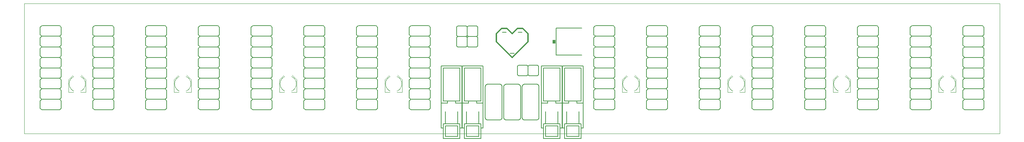
<source format=gto>
G75*
%MOIN*%
%OFA0B0*%
%FSLAX25Y25*%
%IPPOS*%
%LPD*%
%AMOC8*
5,1,8,0,0,1.08239X$1,22.5*
%
%ADD10C,0.00000*%
%ADD11C,0.01200*%
%ADD12C,0.00400*%
%ADD13C,0.00600*%
%ADD14C,0.00800*%
%ADD15R,0.03000X0.03400*%
%ADD16C,0.00500*%
D10*
X0003500Y0050642D02*
X0003500Y0174343D01*
X0928421Y0174343D01*
X0928421Y0050642D01*
X0003500Y0050642D01*
D11*
X0451000Y0138142D02*
X0466000Y0123142D01*
X0481000Y0138142D01*
X0481000Y0145642D01*
X0476000Y0150642D01*
X0471000Y0150642D01*
X0466000Y0145642D01*
X0461000Y0150642D01*
X0456000Y0150642D01*
X0451000Y0145642D01*
X0451000Y0138142D01*
D12*
X0361768Y0102079D02*
X0357437Y0106410D01*
X0349563Y0106410D02*
X0345232Y0102079D01*
X0345232Y0089874D01*
X0350154Y0089874D01*
X0356846Y0089874D02*
X0361768Y0089874D01*
X0361768Y0102079D01*
X0350154Y0105031D02*
X0349987Y0104948D01*
X0349823Y0104861D01*
X0349660Y0104769D01*
X0349500Y0104674D01*
X0349343Y0104575D01*
X0349188Y0104472D01*
X0349035Y0104365D01*
X0348885Y0104254D01*
X0348738Y0104140D01*
X0348593Y0104023D01*
X0348452Y0103902D01*
X0348313Y0103777D01*
X0348178Y0103650D01*
X0348045Y0103519D01*
X0347916Y0103384D01*
X0347790Y0103247D01*
X0347668Y0103107D01*
X0347549Y0102963D01*
X0347433Y0102817D01*
X0347322Y0102668D01*
X0347213Y0102517D01*
X0347109Y0102363D01*
X0347008Y0102206D01*
X0346911Y0102047D01*
X0346818Y0101886D01*
X0346729Y0101722D01*
X0346644Y0101556D01*
X0346563Y0101389D01*
X0346486Y0101219D01*
X0346413Y0101047D01*
X0346345Y0100874D01*
X0346281Y0100699D01*
X0346221Y0100523D01*
X0346165Y0100345D01*
X0346113Y0100166D01*
X0346066Y0099986D01*
X0346024Y0099805D01*
X0345985Y0099623D01*
X0345952Y0099439D01*
X0345922Y0099256D01*
X0345898Y0099071D01*
X0345877Y0098886D01*
X0345861Y0098700D01*
X0345850Y0098514D01*
X0345843Y0098328D01*
X0345841Y0098142D01*
X0345843Y0097956D01*
X0345850Y0097770D01*
X0345861Y0097584D01*
X0345877Y0097398D01*
X0345898Y0097213D01*
X0345922Y0097028D01*
X0345952Y0096845D01*
X0345985Y0096661D01*
X0346024Y0096479D01*
X0346066Y0096298D01*
X0346113Y0096118D01*
X0346165Y0095939D01*
X0346221Y0095761D01*
X0346281Y0095585D01*
X0346345Y0095410D01*
X0346413Y0095237D01*
X0346486Y0095065D01*
X0346563Y0094895D01*
X0346644Y0094728D01*
X0346729Y0094562D01*
X0346818Y0094398D01*
X0346911Y0094237D01*
X0347008Y0094078D01*
X0347109Y0093921D01*
X0347213Y0093767D01*
X0347322Y0093616D01*
X0347433Y0093467D01*
X0347549Y0093321D01*
X0347668Y0093177D01*
X0347790Y0093037D01*
X0347916Y0092900D01*
X0348045Y0092765D01*
X0348178Y0092634D01*
X0348313Y0092507D01*
X0348452Y0092382D01*
X0348593Y0092261D01*
X0348738Y0092144D01*
X0348885Y0092030D01*
X0349035Y0091919D01*
X0349188Y0091812D01*
X0349343Y0091709D01*
X0349500Y0091610D01*
X0349660Y0091515D01*
X0349823Y0091423D01*
X0349987Y0091336D01*
X0350154Y0091253D01*
X0356846Y0091253D02*
X0357013Y0091336D01*
X0357177Y0091423D01*
X0357340Y0091515D01*
X0357500Y0091610D01*
X0357657Y0091709D01*
X0357812Y0091812D01*
X0357965Y0091919D01*
X0358115Y0092030D01*
X0358262Y0092144D01*
X0358407Y0092261D01*
X0358548Y0092382D01*
X0358687Y0092507D01*
X0358822Y0092634D01*
X0358955Y0092765D01*
X0359084Y0092900D01*
X0359210Y0093037D01*
X0359332Y0093177D01*
X0359451Y0093321D01*
X0359567Y0093467D01*
X0359678Y0093616D01*
X0359787Y0093767D01*
X0359891Y0093921D01*
X0359992Y0094078D01*
X0360089Y0094237D01*
X0360182Y0094398D01*
X0360271Y0094562D01*
X0360356Y0094728D01*
X0360437Y0094895D01*
X0360514Y0095065D01*
X0360587Y0095237D01*
X0360655Y0095410D01*
X0360719Y0095585D01*
X0360779Y0095761D01*
X0360835Y0095939D01*
X0360887Y0096118D01*
X0360934Y0096298D01*
X0360976Y0096479D01*
X0361015Y0096661D01*
X0361048Y0096845D01*
X0361078Y0097028D01*
X0361102Y0097213D01*
X0361123Y0097398D01*
X0361139Y0097584D01*
X0361150Y0097770D01*
X0361157Y0097956D01*
X0361159Y0098142D01*
X0361157Y0098328D01*
X0361150Y0098514D01*
X0361139Y0098700D01*
X0361123Y0098886D01*
X0361102Y0099071D01*
X0361078Y0099256D01*
X0361048Y0099439D01*
X0361015Y0099623D01*
X0360976Y0099805D01*
X0360934Y0099986D01*
X0360887Y0100166D01*
X0360835Y0100345D01*
X0360779Y0100523D01*
X0360719Y0100699D01*
X0360655Y0100874D01*
X0360587Y0101047D01*
X0360514Y0101219D01*
X0360437Y0101389D01*
X0360356Y0101556D01*
X0360271Y0101722D01*
X0360182Y0101886D01*
X0360089Y0102047D01*
X0359992Y0102206D01*
X0359891Y0102363D01*
X0359787Y0102517D01*
X0359678Y0102668D01*
X0359567Y0102817D01*
X0359451Y0102963D01*
X0359332Y0103107D01*
X0359210Y0103247D01*
X0359084Y0103384D01*
X0358955Y0103519D01*
X0358822Y0103650D01*
X0358687Y0103777D01*
X0358548Y0103902D01*
X0358407Y0104023D01*
X0358262Y0104140D01*
X0358115Y0104254D01*
X0357965Y0104365D01*
X0357812Y0104472D01*
X0357657Y0104575D01*
X0357500Y0104674D01*
X0357340Y0104769D01*
X0357177Y0104861D01*
X0357013Y0104948D01*
X0356846Y0105031D01*
X0261768Y0102079D02*
X0261768Y0089874D01*
X0256846Y0089874D01*
X0250154Y0089874D02*
X0245232Y0089874D01*
X0245232Y0102079D01*
X0249563Y0106410D01*
X0257437Y0106410D02*
X0261768Y0102079D01*
X0250154Y0105031D02*
X0249987Y0104948D01*
X0249823Y0104861D01*
X0249660Y0104769D01*
X0249500Y0104674D01*
X0249343Y0104575D01*
X0249188Y0104472D01*
X0249035Y0104365D01*
X0248885Y0104254D01*
X0248738Y0104140D01*
X0248593Y0104023D01*
X0248452Y0103902D01*
X0248313Y0103777D01*
X0248178Y0103650D01*
X0248045Y0103519D01*
X0247916Y0103384D01*
X0247790Y0103247D01*
X0247668Y0103107D01*
X0247549Y0102963D01*
X0247433Y0102817D01*
X0247322Y0102668D01*
X0247213Y0102517D01*
X0247109Y0102363D01*
X0247008Y0102206D01*
X0246911Y0102047D01*
X0246818Y0101886D01*
X0246729Y0101722D01*
X0246644Y0101556D01*
X0246563Y0101389D01*
X0246486Y0101219D01*
X0246413Y0101047D01*
X0246345Y0100874D01*
X0246281Y0100699D01*
X0246221Y0100523D01*
X0246165Y0100345D01*
X0246113Y0100166D01*
X0246066Y0099986D01*
X0246024Y0099805D01*
X0245985Y0099623D01*
X0245952Y0099439D01*
X0245922Y0099256D01*
X0245898Y0099071D01*
X0245877Y0098886D01*
X0245861Y0098700D01*
X0245850Y0098514D01*
X0245843Y0098328D01*
X0245841Y0098142D01*
X0245843Y0097956D01*
X0245850Y0097770D01*
X0245861Y0097584D01*
X0245877Y0097398D01*
X0245898Y0097213D01*
X0245922Y0097028D01*
X0245952Y0096845D01*
X0245985Y0096661D01*
X0246024Y0096479D01*
X0246066Y0096298D01*
X0246113Y0096118D01*
X0246165Y0095939D01*
X0246221Y0095761D01*
X0246281Y0095585D01*
X0246345Y0095410D01*
X0246413Y0095237D01*
X0246486Y0095065D01*
X0246563Y0094895D01*
X0246644Y0094728D01*
X0246729Y0094562D01*
X0246818Y0094398D01*
X0246911Y0094237D01*
X0247008Y0094078D01*
X0247109Y0093921D01*
X0247213Y0093767D01*
X0247322Y0093616D01*
X0247433Y0093467D01*
X0247549Y0093321D01*
X0247668Y0093177D01*
X0247790Y0093037D01*
X0247916Y0092900D01*
X0248045Y0092765D01*
X0248178Y0092634D01*
X0248313Y0092507D01*
X0248452Y0092382D01*
X0248593Y0092261D01*
X0248738Y0092144D01*
X0248885Y0092030D01*
X0249035Y0091919D01*
X0249188Y0091812D01*
X0249343Y0091709D01*
X0249500Y0091610D01*
X0249660Y0091515D01*
X0249823Y0091423D01*
X0249987Y0091336D01*
X0250154Y0091253D01*
X0256846Y0091253D02*
X0257013Y0091336D01*
X0257177Y0091423D01*
X0257340Y0091515D01*
X0257500Y0091610D01*
X0257657Y0091709D01*
X0257812Y0091812D01*
X0257965Y0091919D01*
X0258115Y0092030D01*
X0258262Y0092144D01*
X0258407Y0092261D01*
X0258548Y0092382D01*
X0258687Y0092507D01*
X0258822Y0092634D01*
X0258955Y0092765D01*
X0259084Y0092900D01*
X0259210Y0093037D01*
X0259332Y0093177D01*
X0259451Y0093321D01*
X0259567Y0093467D01*
X0259678Y0093616D01*
X0259787Y0093767D01*
X0259891Y0093921D01*
X0259992Y0094078D01*
X0260089Y0094237D01*
X0260182Y0094398D01*
X0260271Y0094562D01*
X0260356Y0094728D01*
X0260437Y0094895D01*
X0260514Y0095065D01*
X0260587Y0095237D01*
X0260655Y0095410D01*
X0260719Y0095585D01*
X0260779Y0095761D01*
X0260835Y0095939D01*
X0260887Y0096118D01*
X0260934Y0096298D01*
X0260976Y0096479D01*
X0261015Y0096661D01*
X0261048Y0096845D01*
X0261078Y0097028D01*
X0261102Y0097213D01*
X0261123Y0097398D01*
X0261139Y0097584D01*
X0261150Y0097770D01*
X0261157Y0097956D01*
X0261159Y0098142D01*
X0261157Y0098328D01*
X0261150Y0098514D01*
X0261139Y0098700D01*
X0261123Y0098886D01*
X0261102Y0099071D01*
X0261078Y0099256D01*
X0261048Y0099439D01*
X0261015Y0099623D01*
X0260976Y0099805D01*
X0260934Y0099986D01*
X0260887Y0100166D01*
X0260835Y0100345D01*
X0260779Y0100523D01*
X0260719Y0100699D01*
X0260655Y0100874D01*
X0260587Y0101047D01*
X0260514Y0101219D01*
X0260437Y0101389D01*
X0260356Y0101556D01*
X0260271Y0101722D01*
X0260182Y0101886D01*
X0260089Y0102047D01*
X0259992Y0102206D01*
X0259891Y0102363D01*
X0259787Y0102517D01*
X0259678Y0102668D01*
X0259567Y0102817D01*
X0259451Y0102963D01*
X0259332Y0103107D01*
X0259210Y0103247D01*
X0259084Y0103384D01*
X0258955Y0103519D01*
X0258822Y0103650D01*
X0258687Y0103777D01*
X0258548Y0103902D01*
X0258407Y0104023D01*
X0258262Y0104140D01*
X0258115Y0104254D01*
X0257965Y0104365D01*
X0257812Y0104472D01*
X0257657Y0104575D01*
X0257500Y0104674D01*
X0257340Y0104769D01*
X0257177Y0104861D01*
X0257013Y0104948D01*
X0256846Y0105031D01*
X0161768Y0102079D02*
X0161768Y0089874D01*
X0156846Y0089874D01*
X0150154Y0089874D02*
X0145232Y0089874D01*
X0145232Y0102079D01*
X0149563Y0106410D01*
X0157437Y0106410D02*
X0161768Y0102079D01*
X0150154Y0105031D02*
X0149987Y0104948D01*
X0149823Y0104861D01*
X0149660Y0104769D01*
X0149500Y0104674D01*
X0149343Y0104575D01*
X0149188Y0104472D01*
X0149035Y0104365D01*
X0148885Y0104254D01*
X0148738Y0104140D01*
X0148593Y0104023D01*
X0148452Y0103902D01*
X0148313Y0103777D01*
X0148178Y0103650D01*
X0148045Y0103519D01*
X0147916Y0103384D01*
X0147790Y0103247D01*
X0147668Y0103107D01*
X0147549Y0102963D01*
X0147433Y0102817D01*
X0147322Y0102668D01*
X0147213Y0102517D01*
X0147109Y0102363D01*
X0147008Y0102206D01*
X0146911Y0102047D01*
X0146818Y0101886D01*
X0146729Y0101722D01*
X0146644Y0101556D01*
X0146563Y0101389D01*
X0146486Y0101219D01*
X0146413Y0101047D01*
X0146345Y0100874D01*
X0146281Y0100699D01*
X0146221Y0100523D01*
X0146165Y0100345D01*
X0146113Y0100166D01*
X0146066Y0099986D01*
X0146024Y0099805D01*
X0145985Y0099623D01*
X0145952Y0099439D01*
X0145922Y0099256D01*
X0145898Y0099071D01*
X0145877Y0098886D01*
X0145861Y0098700D01*
X0145850Y0098514D01*
X0145843Y0098328D01*
X0145841Y0098142D01*
X0145843Y0097956D01*
X0145850Y0097770D01*
X0145861Y0097584D01*
X0145877Y0097398D01*
X0145898Y0097213D01*
X0145922Y0097028D01*
X0145952Y0096845D01*
X0145985Y0096661D01*
X0146024Y0096479D01*
X0146066Y0096298D01*
X0146113Y0096118D01*
X0146165Y0095939D01*
X0146221Y0095761D01*
X0146281Y0095585D01*
X0146345Y0095410D01*
X0146413Y0095237D01*
X0146486Y0095065D01*
X0146563Y0094895D01*
X0146644Y0094728D01*
X0146729Y0094562D01*
X0146818Y0094398D01*
X0146911Y0094237D01*
X0147008Y0094078D01*
X0147109Y0093921D01*
X0147213Y0093767D01*
X0147322Y0093616D01*
X0147433Y0093467D01*
X0147549Y0093321D01*
X0147668Y0093177D01*
X0147790Y0093037D01*
X0147916Y0092900D01*
X0148045Y0092765D01*
X0148178Y0092634D01*
X0148313Y0092507D01*
X0148452Y0092382D01*
X0148593Y0092261D01*
X0148738Y0092144D01*
X0148885Y0092030D01*
X0149035Y0091919D01*
X0149188Y0091812D01*
X0149343Y0091709D01*
X0149500Y0091610D01*
X0149660Y0091515D01*
X0149823Y0091423D01*
X0149987Y0091336D01*
X0150154Y0091253D01*
X0156846Y0091253D02*
X0157013Y0091336D01*
X0157177Y0091423D01*
X0157340Y0091515D01*
X0157500Y0091610D01*
X0157657Y0091709D01*
X0157812Y0091812D01*
X0157965Y0091919D01*
X0158115Y0092030D01*
X0158262Y0092144D01*
X0158407Y0092261D01*
X0158548Y0092382D01*
X0158687Y0092507D01*
X0158822Y0092634D01*
X0158955Y0092765D01*
X0159084Y0092900D01*
X0159210Y0093037D01*
X0159332Y0093177D01*
X0159451Y0093321D01*
X0159567Y0093467D01*
X0159678Y0093616D01*
X0159787Y0093767D01*
X0159891Y0093921D01*
X0159992Y0094078D01*
X0160089Y0094237D01*
X0160182Y0094398D01*
X0160271Y0094562D01*
X0160356Y0094728D01*
X0160437Y0094895D01*
X0160514Y0095065D01*
X0160587Y0095237D01*
X0160655Y0095410D01*
X0160719Y0095585D01*
X0160779Y0095761D01*
X0160835Y0095939D01*
X0160887Y0096118D01*
X0160934Y0096298D01*
X0160976Y0096479D01*
X0161015Y0096661D01*
X0161048Y0096845D01*
X0161078Y0097028D01*
X0161102Y0097213D01*
X0161123Y0097398D01*
X0161139Y0097584D01*
X0161150Y0097770D01*
X0161157Y0097956D01*
X0161159Y0098142D01*
X0161157Y0098328D01*
X0161150Y0098514D01*
X0161139Y0098700D01*
X0161123Y0098886D01*
X0161102Y0099071D01*
X0161078Y0099256D01*
X0161048Y0099439D01*
X0161015Y0099623D01*
X0160976Y0099805D01*
X0160934Y0099986D01*
X0160887Y0100166D01*
X0160835Y0100345D01*
X0160779Y0100523D01*
X0160719Y0100699D01*
X0160655Y0100874D01*
X0160587Y0101047D01*
X0160514Y0101219D01*
X0160437Y0101389D01*
X0160356Y0101556D01*
X0160271Y0101722D01*
X0160182Y0101886D01*
X0160089Y0102047D01*
X0159992Y0102206D01*
X0159891Y0102363D01*
X0159787Y0102517D01*
X0159678Y0102668D01*
X0159567Y0102817D01*
X0159451Y0102963D01*
X0159332Y0103107D01*
X0159210Y0103247D01*
X0159084Y0103384D01*
X0158955Y0103519D01*
X0158822Y0103650D01*
X0158687Y0103777D01*
X0158548Y0103902D01*
X0158407Y0104023D01*
X0158262Y0104140D01*
X0158115Y0104254D01*
X0157965Y0104365D01*
X0157812Y0104472D01*
X0157657Y0104575D01*
X0157500Y0104674D01*
X0157340Y0104769D01*
X0157177Y0104861D01*
X0157013Y0104948D01*
X0156846Y0105031D01*
X0061768Y0102079D02*
X0061768Y0089874D01*
X0056846Y0089874D01*
X0050154Y0089874D02*
X0045232Y0089874D01*
X0045232Y0102079D01*
X0049563Y0106410D01*
X0057437Y0106410D02*
X0061768Y0102079D01*
X0050154Y0105031D02*
X0049987Y0104948D01*
X0049823Y0104861D01*
X0049660Y0104769D01*
X0049500Y0104674D01*
X0049343Y0104575D01*
X0049188Y0104472D01*
X0049035Y0104365D01*
X0048885Y0104254D01*
X0048738Y0104140D01*
X0048593Y0104023D01*
X0048452Y0103902D01*
X0048313Y0103777D01*
X0048178Y0103650D01*
X0048045Y0103519D01*
X0047916Y0103384D01*
X0047790Y0103247D01*
X0047668Y0103107D01*
X0047549Y0102963D01*
X0047433Y0102817D01*
X0047322Y0102668D01*
X0047213Y0102517D01*
X0047109Y0102363D01*
X0047008Y0102206D01*
X0046911Y0102047D01*
X0046818Y0101886D01*
X0046729Y0101722D01*
X0046644Y0101556D01*
X0046563Y0101389D01*
X0046486Y0101219D01*
X0046413Y0101047D01*
X0046345Y0100874D01*
X0046281Y0100699D01*
X0046221Y0100523D01*
X0046165Y0100345D01*
X0046113Y0100166D01*
X0046066Y0099986D01*
X0046024Y0099805D01*
X0045985Y0099623D01*
X0045952Y0099439D01*
X0045922Y0099256D01*
X0045898Y0099071D01*
X0045877Y0098886D01*
X0045861Y0098700D01*
X0045850Y0098514D01*
X0045843Y0098328D01*
X0045841Y0098142D01*
X0045843Y0097956D01*
X0045850Y0097770D01*
X0045861Y0097584D01*
X0045877Y0097398D01*
X0045898Y0097213D01*
X0045922Y0097028D01*
X0045952Y0096845D01*
X0045985Y0096661D01*
X0046024Y0096479D01*
X0046066Y0096298D01*
X0046113Y0096118D01*
X0046165Y0095939D01*
X0046221Y0095761D01*
X0046281Y0095585D01*
X0046345Y0095410D01*
X0046413Y0095237D01*
X0046486Y0095065D01*
X0046563Y0094895D01*
X0046644Y0094728D01*
X0046729Y0094562D01*
X0046818Y0094398D01*
X0046911Y0094237D01*
X0047008Y0094078D01*
X0047109Y0093921D01*
X0047213Y0093767D01*
X0047322Y0093616D01*
X0047433Y0093467D01*
X0047549Y0093321D01*
X0047668Y0093177D01*
X0047790Y0093037D01*
X0047916Y0092900D01*
X0048045Y0092765D01*
X0048178Y0092634D01*
X0048313Y0092507D01*
X0048452Y0092382D01*
X0048593Y0092261D01*
X0048738Y0092144D01*
X0048885Y0092030D01*
X0049035Y0091919D01*
X0049188Y0091812D01*
X0049343Y0091709D01*
X0049500Y0091610D01*
X0049660Y0091515D01*
X0049823Y0091423D01*
X0049987Y0091336D01*
X0050154Y0091253D01*
X0056846Y0091253D02*
X0057013Y0091336D01*
X0057177Y0091423D01*
X0057340Y0091515D01*
X0057500Y0091610D01*
X0057657Y0091709D01*
X0057812Y0091812D01*
X0057965Y0091919D01*
X0058115Y0092030D01*
X0058262Y0092144D01*
X0058407Y0092261D01*
X0058548Y0092382D01*
X0058687Y0092507D01*
X0058822Y0092634D01*
X0058955Y0092765D01*
X0059084Y0092900D01*
X0059210Y0093037D01*
X0059332Y0093177D01*
X0059451Y0093321D01*
X0059567Y0093467D01*
X0059678Y0093616D01*
X0059787Y0093767D01*
X0059891Y0093921D01*
X0059992Y0094078D01*
X0060089Y0094237D01*
X0060182Y0094398D01*
X0060271Y0094562D01*
X0060356Y0094728D01*
X0060437Y0094895D01*
X0060514Y0095065D01*
X0060587Y0095237D01*
X0060655Y0095410D01*
X0060719Y0095585D01*
X0060779Y0095761D01*
X0060835Y0095939D01*
X0060887Y0096118D01*
X0060934Y0096298D01*
X0060976Y0096479D01*
X0061015Y0096661D01*
X0061048Y0096845D01*
X0061078Y0097028D01*
X0061102Y0097213D01*
X0061123Y0097398D01*
X0061139Y0097584D01*
X0061150Y0097770D01*
X0061157Y0097956D01*
X0061159Y0098142D01*
X0061157Y0098328D01*
X0061150Y0098514D01*
X0061139Y0098700D01*
X0061123Y0098886D01*
X0061102Y0099071D01*
X0061078Y0099256D01*
X0061048Y0099439D01*
X0061015Y0099623D01*
X0060976Y0099805D01*
X0060934Y0099986D01*
X0060887Y0100166D01*
X0060835Y0100345D01*
X0060779Y0100523D01*
X0060719Y0100699D01*
X0060655Y0100874D01*
X0060587Y0101047D01*
X0060514Y0101219D01*
X0060437Y0101389D01*
X0060356Y0101556D01*
X0060271Y0101722D01*
X0060182Y0101886D01*
X0060089Y0102047D01*
X0059992Y0102206D01*
X0059891Y0102363D01*
X0059787Y0102517D01*
X0059678Y0102668D01*
X0059567Y0102817D01*
X0059451Y0102963D01*
X0059332Y0103107D01*
X0059210Y0103247D01*
X0059084Y0103384D01*
X0058955Y0103519D01*
X0058822Y0103650D01*
X0058687Y0103777D01*
X0058548Y0103902D01*
X0058407Y0104023D01*
X0058262Y0104140D01*
X0058115Y0104254D01*
X0057965Y0104365D01*
X0057812Y0104472D01*
X0057657Y0104575D01*
X0057500Y0104674D01*
X0057340Y0104769D01*
X0057177Y0104861D01*
X0057013Y0104948D01*
X0056846Y0105031D01*
X0570232Y0102079D02*
X0570232Y0089874D01*
X0575154Y0089874D01*
X0581846Y0089874D02*
X0586768Y0089874D01*
X0586768Y0102079D01*
X0582437Y0106410D01*
X0574563Y0106410D02*
X0570232Y0102079D01*
X0581846Y0105031D02*
X0582013Y0104948D01*
X0582177Y0104861D01*
X0582340Y0104769D01*
X0582500Y0104674D01*
X0582657Y0104575D01*
X0582812Y0104472D01*
X0582965Y0104365D01*
X0583115Y0104254D01*
X0583262Y0104140D01*
X0583407Y0104023D01*
X0583548Y0103902D01*
X0583687Y0103777D01*
X0583822Y0103650D01*
X0583955Y0103519D01*
X0584084Y0103384D01*
X0584210Y0103247D01*
X0584332Y0103107D01*
X0584451Y0102963D01*
X0584567Y0102817D01*
X0584678Y0102668D01*
X0584787Y0102517D01*
X0584891Y0102363D01*
X0584992Y0102206D01*
X0585089Y0102047D01*
X0585182Y0101886D01*
X0585271Y0101722D01*
X0585356Y0101556D01*
X0585437Y0101389D01*
X0585514Y0101219D01*
X0585587Y0101047D01*
X0585655Y0100874D01*
X0585719Y0100699D01*
X0585779Y0100523D01*
X0585835Y0100345D01*
X0585887Y0100166D01*
X0585934Y0099986D01*
X0585976Y0099805D01*
X0586015Y0099623D01*
X0586048Y0099439D01*
X0586078Y0099256D01*
X0586102Y0099071D01*
X0586123Y0098886D01*
X0586139Y0098700D01*
X0586150Y0098514D01*
X0586157Y0098328D01*
X0586159Y0098142D01*
X0586157Y0097956D01*
X0586150Y0097770D01*
X0586139Y0097584D01*
X0586123Y0097398D01*
X0586102Y0097213D01*
X0586078Y0097028D01*
X0586048Y0096845D01*
X0586015Y0096661D01*
X0585976Y0096479D01*
X0585934Y0096298D01*
X0585887Y0096118D01*
X0585835Y0095939D01*
X0585779Y0095761D01*
X0585719Y0095585D01*
X0585655Y0095410D01*
X0585587Y0095237D01*
X0585514Y0095065D01*
X0585437Y0094895D01*
X0585356Y0094728D01*
X0585271Y0094562D01*
X0585182Y0094398D01*
X0585089Y0094237D01*
X0584992Y0094078D01*
X0584891Y0093921D01*
X0584787Y0093767D01*
X0584678Y0093616D01*
X0584567Y0093467D01*
X0584451Y0093321D01*
X0584332Y0093177D01*
X0584210Y0093037D01*
X0584084Y0092900D01*
X0583955Y0092765D01*
X0583822Y0092634D01*
X0583687Y0092507D01*
X0583548Y0092382D01*
X0583407Y0092261D01*
X0583262Y0092144D01*
X0583115Y0092030D01*
X0582965Y0091919D01*
X0582812Y0091812D01*
X0582657Y0091709D01*
X0582500Y0091610D01*
X0582340Y0091515D01*
X0582177Y0091423D01*
X0582013Y0091336D01*
X0581846Y0091253D01*
X0575154Y0091253D02*
X0574987Y0091336D01*
X0574823Y0091423D01*
X0574660Y0091515D01*
X0574500Y0091610D01*
X0574343Y0091709D01*
X0574188Y0091812D01*
X0574035Y0091919D01*
X0573885Y0092030D01*
X0573738Y0092144D01*
X0573593Y0092261D01*
X0573452Y0092382D01*
X0573313Y0092507D01*
X0573178Y0092634D01*
X0573045Y0092765D01*
X0572916Y0092900D01*
X0572790Y0093037D01*
X0572668Y0093177D01*
X0572549Y0093321D01*
X0572433Y0093467D01*
X0572322Y0093616D01*
X0572213Y0093767D01*
X0572109Y0093921D01*
X0572008Y0094078D01*
X0571911Y0094237D01*
X0571818Y0094398D01*
X0571729Y0094562D01*
X0571644Y0094728D01*
X0571563Y0094895D01*
X0571486Y0095065D01*
X0571413Y0095237D01*
X0571345Y0095410D01*
X0571281Y0095585D01*
X0571221Y0095761D01*
X0571165Y0095939D01*
X0571113Y0096118D01*
X0571066Y0096298D01*
X0571024Y0096479D01*
X0570985Y0096661D01*
X0570952Y0096845D01*
X0570922Y0097028D01*
X0570898Y0097213D01*
X0570877Y0097398D01*
X0570861Y0097584D01*
X0570850Y0097770D01*
X0570843Y0097956D01*
X0570841Y0098142D01*
X0570843Y0098328D01*
X0570850Y0098514D01*
X0570861Y0098700D01*
X0570877Y0098886D01*
X0570898Y0099071D01*
X0570922Y0099256D01*
X0570952Y0099439D01*
X0570985Y0099623D01*
X0571024Y0099805D01*
X0571066Y0099986D01*
X0571113Y0100166D01*
X0571165Y0100345D01*
X0571221Y0100523D01*
X0571281Y0100699D01*
X0571345Y0100874D01*
X0571413Y0101047D01*
X0571486Y0101219D01*
X0571563Y0101389D01*
X0571644Y0101556D01*
X0571729Y0101722D01*
X0571818Y0101886D01*
X0571911Y0102047D01*
X0572008Y0102206D01*
X0572109Y0102363D01*
X0572213Y0102517D01*
X0572322Y0102668D01*
X0572433Y0102817D01*
X0572549Y0102963D01*
X0572668Y0103107D01*
X0572790Y0103247D01*
X0572916Y0103384D01*
X0573045Y0103519D01*
X0573178Y0103650D01*
X0573313Y0103777D01*
X0573452Y0103902D01*
X0573593Y0104023D01*
X0573738Y0104140D01*
X0573885Y0104254D01*
X0574035Y0104365D01*
X0574188Y0104472D01*
X0574343Y0104575D01*
X0574500Y0104674D01*
X0574660Y0104769D01*
X0574823Y0104861D01*
X0574987Y0104948D01*
X0575154Y0105031D01*
X0670232Y0102079D02*
X0670232Y0089874D01*
X0675154Y0089874D01*
X0681846Y0089874D02*
X0686768Y0089874D01*
X0686768Y0102079D01*
X0682437Y0106410D01*
X0674563Y0106410D02*
X0670232Y0102079D01*
X0681846Y0105031D02*
X0682013Y0104948D01*
X0682177Y0104861D01*
X0682340Y0104769D01*
X0682500Y0104674D01*
X0682657Y0104575D01*
X0682812Y0104472D01*
X0682965Y0104365D01*
X0683115Y0104254D01*
X0683262Y0104140D01*
X0683407Y0104023D01*
X0683548Y0103902D01*
X0683687Y0103777D01*
X0683822Y0103650D01*
X0683955Y0103519D01*
X0684084Y0103384D01*
X0684210Y0103247D01*
X0684332Y0103107D01*
X0684451Y0102963D01*
X0684567Y0102817D01*
X0684678Y0102668D01*
X0684787Y0102517D01*
X0684891Y0102363D01*
X0684992Y0102206D01*
X0685089Y0102047D01*
X0685182Y0101886D01*
X0685271Y0101722D01*
X0685356Y0101556D01*
X0685437Y0101389D01*
X0685514Y0101219D01*
X0685587Y0101047D01*
X0685655Y0100874D01*
X0685719Y0100699D01*
X0685779Y0100523D01*
X0685835Y0100345D01*
X0685887Y0100166D01*
X0685934Y0099986D01*
X0685976Y0099805D01*
X0686015Y0099623D01*
X0686048Y0099439D01*
X0686078Y0099256D01*
X0686102Y0099071D01*
X0686123Y0098886D01*
X0686139Y0098700D01*
X0686150Y0098514D01*
X0686157Y0098328D01*
X0686159Y0098142D01*
X0686157Y0097956D01*
X0686150Y0097770D01*
X0686139Y0097584D01*
X0686123Y0097398D01*
X0686102Y0097213D01*
X0686078Y0097028D01*
X0686048Y0096845D01*
X0686015Y0096661D01*
X0685976Y0096479D01*
X0685934Y0096298D01*
X0685887Y0096118D01*
X0685835Y0095939D01*
X0685779Y0095761D01*
X0685719Y0095585D01*
X0685655Y0095410D01*
X0685587Y0095237D01*
X0685514Y0095065D01*
X0685437Y0094895D01*
X0685356Y0094728D01*
X0685271Y0094562D01*
X0685182Y0094398D01*
X0685089Y0094237D01*
X0684992Y0094078D01*
X0684891Y0093921D01*
X0684787Y0093767D01*
X0684678Y0093616D01*
X0684567Y0093467D01*
X0684451Y0093321D01*
X0684332Y0093177D01*
X0684210Y0093037D01*
X0684084Y0092900D01*
X0683955Y0092765D01*
X0683822Y0092634D01*
X0683687Y0092507D01*
X0683548Y0092382D01*
X0683407Y0092261D01*
X0683262Y0092144D01*
X0683115Y0092030D01*
X0682965Y0091919D01*
X0682812Y0091812D01*
X0682657Y0091709D01*
X0682500Y0091610D01*
X0682340Y0091515D01*
X0682177Y0091423D01*
X0682013Y0091336D01*
X0681846Y0091253D01*
X0675154Y0091253D02*
X0674987Y0091336D01*
X0674823Y0091423D01*
X0674660Y0091515D01*
X0674500Y0091610D01*
X0674343Y0091709D01*
X0674188Y0091812D01*
X0674035Y0091919D01*
X0673885Y0092030D01*
X0673738Y0092144D01*
X0673593Y0092261D01*
X0673452Y0092382D01*
X0673313Y0092507D01*
X0673178Y0092634D01*
X0673045Y0092765D01*
X0672916Y0092900D01*
X0672790Y0093037D01*
X0672668Y0093177D01*
X0672549Y0093321D01*
X0672433Y0093467D01*
X0672322Y0093616D01*
X0672213Y0093767D01*
X0672109Y0093921D01*
X0672008Y0094078D01*
X0671911Y0094237D01*
X0671818Y0094398D01*
X0671729Y0094562D01*
X0671644Y0094728D01*
X0671563Y0094895D01*
X0671486Y0095065D01*
X0671413Y0095237D01*
X0671345Y0095410D01*
X0671281Y0095585D01*
X0671221Y0095761D01*
X0671165Y0095939D01*
X0671113Y0096118D01*
X0671066Y0096298D01*
X0671024Y0096479D01*
X0670985Y0096661D01*
X0670952Y0096845D01*
X0670922Y0097028D01*
X0670898Y0097213D01*
X0670877Y0097398D01*
X0670861Y0097584D01*
X0670850Y0097770D01*
X0670843Y0097956D01*
X0670841Y0098142D01*
X0670843Y0098328D01*
X0670850Y0098514D01*
X0670861Y0098700D01*
X0670877Y0098886D01*
X0670898Y0099071D01*
X0670922Y0099256D01*
X0670952Y0099439D01*
X0670985Y0099623D01*
X0671024Y0099805D01*
X0671066Y0099986D01*
X0671113Y0100166D01*
X0671165Y0100345D01*
X0671221Y0100523D01*
X0671281Y0100699D01*
X0671345Y0100874D01*
X0671413Y0101047D01*
X0671486Y0101219D01*
X0671563Y0101389D01*
X0671644Y0101556D01*
X0671729Y0101722D01*
X0671818Y0101886D01*
X0671911Y0102047D01*
X0672008Y0102206D01*
X0672109Y0102363D01*
X0672213Y0102517D01*
X0672322Y0102668D01*
X0672433Y0102817D01*
X0672549Y0102963D01*
X0672668Y0103107D01*
X0672790Y0103247D01*
X0672916Y0103384D01*
X0673045Y0103519D01*
X0673178Y0103650D01*
X0673313Y0103777D01*
X0673452Y0103902D01*
X0673593Y0104023D01*
X0673738Y0104140D01*
X0673885Y0104254D01*
X0674035Y0104365D01*
X0674188Y0104472D01*
X0674343Y0104575D01*
X0674500Y0104674D01*
X0674660Y0104769D01*
X0674823Y0104861D01*
X0674987Y0104948D01*
X0675154Y0105031D01*
X0770232Y0102079D02*
X0770232Y0089874D01*
X0775154Y0089874D01*
X0781846Y0089874D02*
X0786768Y0089874D01*
X0786768Y0102079D01*
X0782437Y0106410D01*
X0774563Y0106410D02*
X0770232Y0102079D01*
X0781846Y0105031D02*
X0782013Y0104948D01*
X0782177Y0104861D01*
X0782340Y0104769D01*
X0782500Y0104674D01*
X0782657Y0104575D01*
X0782812Y0104472D01*
X0782965Y0104365D01*
X0783115Y0104254D01*
X0783262Y0104140D01*
X0783407Y0104023D01*
X0783548Y0103902D01*
X0783687Y0103777D01*
X0783822Y0103650D01*
X0783955Y0103519D01*
X0784084Y0103384D01*
X0784210Y0103247D01*
X0784332Y0103107D01*
X0784451Y0102963D01*
X0784567Y0102817D01*
X0784678Y0102668D01*
X0784787Y0102517D01*
X0784891Y0102363D01*
X0784992Y0102206D01*
X0785089Y0102047D01*
X0785182Y0101886D01*
X0785271Y0101722D01*
X0785356Y0101556D01*
X0785437Y0101389D01*
X0785514Y0101219D01*
X0785587Y0101047D01*
X0785655Y0100874D01*
X0785719Y0100699D01*
X0785779Y0100523D01*
X0785835Y0100345D01*
X0785887Y0100166D01*
X0785934Y0099986D01*
X0785976Y0099805D01*
X0786015Y0099623D01*
X0786048Y0099439D01*
X0786078Y0099256D01*
X0786102Y0099071D01*
X0786123Y0098886D01*
X0786139Y0098700D01*
X0786150Y0098514D01*
X0786157Y0098328D01*
X0786159Y0098142D01*
X0786157Y0097956D01*
X0786150Y0097770D01*
X0786139Y0097584D01*
X0786123Y0097398D01*
X0786102Y0097213D01*
X0786078Y0097028D01*
X0786048Y0096845D01*
X0786015Y0096661D01*
X0785976Y0096479D01*
X0785934Y0096298D01*
X0785887Y0096118D01*
X0785835Y0095939D01*
X0785779Y0095761D01*
X0785719Y0095585D01*
X0785655Y0095410D01*
X0785587Y0095237D01*
X0785514Y0095065D01*
X0785437Y0094895D01*
X0785356Y0094728D01*
X0785271Y0094562D01*
X0785182Y0094398D01*
X0785089Y0094237D01*
X0784992Y0094078D01*
X0784891Y0093921D01*
X0784787Y0093767D01*
X0784678Y0093616D01*
X0784567Y0093467D01*
X0784451Y0093321D01*
X0784332Y0093177D01*
X0784210Y0093037D01*
X0784084Y0092900D01*
X0783955Y0092765D01*
X0783822Y0092634D01*
X0783687Y0092507D01*
X0783548Y0092382D01*
X0783407Y0092261D01*
X0783262Y0092144D01*
X0783115Y0092030D01*
X0782965Y0091919D01*
X0782812Y0091812D01*
X0782657Y0091709D01*
X0782500Y0091610D01*
X0782340Y0091515D01*
X0782177Y0091423D01*
X0782013Y0091336D01*
X0781846Y0091253D01*
X0775154Y0091253D02*
X0774987Y0091336D01*
X0774823Y0091423D01*
X0774660Y0091515D01*
X0774500Y0091610D01*
X0774343Y0091709D01*
X0774188Y0091812D01*
X0774035Y0091919D01*
X0773885Y0092030D01*
X0773738Y0092144D01*
X0773593Y0092261D01*
X0773452Y0092382D01*
X0773313Y0092507D01*
X0773178Y0092634D01*
X0773045Y0092765D01*
X0772916Y0092900D01*
X0772790Y0093037D01*
X0772668Y0093177D01*
X0772549Y0093321D01*
X0772433Y0093467D01*
X0772322Y0093616D01*
X0772213Y0093767D01*
X0772109Y0093921D01*
X0772008Y0094078D01*
X0771911Y0094237D01*
X0771818Y0094398D01*
X0771729Y0094562D01*
X0771644Y0094728D01*
X0771563Y0094895D01*
X0771486Y0095065D01*
X0771413Y0095237D01*
X0771345Y0095410D01*
X0771281Y0095585D01*
X0771221Y0095761D01*
X0771165Y0095939D01*
X0771113Y0096118D01*
X0771066Y0096298D01*
X0771024Y0096479D01*
X0770985Y0096661D01*
X0770952Y0096845D01*
X0770922Y0097028D01*
X0770898Y0097213D01*
X0770877Y0097398D01*
X0770861Y0097584D01*
X0770850Y0097770D01*
X0770843Y0097956D01*
X0770841Y0098142D01*
X0770843Y0098328D01*
X0770850Y0098514D01*
X0770861Y0098700D01*
X0770877Y0098886D01*
X0770898Y0099071D01*
X0770922Y0099256D01*
X0770952Y0099439D01*
X0770985Y0099623D01*
X0771024Y0099805D01*
X0771066Y0099986D01*
X0771113Y0100166D01*
X0771165Y0100345D01*
X0771221Y0100523D01*
X0771281Y0100699D01*
X0771345Y0100874D01*
X0771413Y0101047D01*
X0771486Y0101219D01*
X0771563Y0101389D01*
X0771644Y0101556D01*
X0771729Y0101722D01*
X0771818Y0101886D01*
X0771911Y0102047D01*
X0772008Y0102206D01*
X0772109Y0102363D01*
X0772213Y0102517D01*
X0772322Y0102668D01*
X0772433Y0102817D01*
X0772549Y0102963D01*
X0772668Y0103107D01*
X0772790Y0103247D01*
X0772916Y0103384D01*
X0773045Y0103519D01*
X0773178Y0103650D01*
X0773313Y0103777D01*
X0773452Y0103902D01*
X0773593Y0104023D01*
X0773738Y0104140D01*
X0773885Y0104254D01*
X0774035Y0104365D01*
X0774188Y0104472D01*
X0774343Y0104575D01*
X0774500Y0104674D01*
X0774660Y0104769D01*
X0774823Y0104861D01*
X0774987Y0104948D01*
X0775154Y0105031D01*
X0870232Y0102079D02*
X0870232Y0089874D01*
X0875154Y0089874D01*
X0881846Y0089874D02*
X0886768Y0089874D01*
X0886768Y0102079D01*
X0882437Y0106410D01*
X0874563Y0106410D02*
X0870232Y0102079D01*
X0881846Y0105031D02*
X0882013Y0104948D01*
X0882177Y0104861D01*
X0882340Y0104769D01*
X0882500Y0104674D01*
X0882657Y0104575D01*
X0882812Y0104472D01*
X0882965Y0104365D01*
X0883115Y0104254D01*
X0883262Y0104140D01*
X0883407Y0104023D01*
X0883548Y0103902D01*
X0883687Y0103777D01*
X0883822Y0103650D01*
X0883955Y0103519D01*
X0884084Y0103384D01*
X0884210Y0103247D01*
X0884332Y0103107D01*
X0884451Y0102963D01*
X0884567Y0102817D01*
X0884678Y0102668D01*
X0884787Y0102517D01*
X0884891Y0102363D01*
X0884992Y0102206D01*
X0885089Y0102047D01*
X0885182Y0101886D01*
X0885271Y0101722D01*
X0885356Y0101556D01*
X0885437Y0101389D01*
X0885514Y0101219D01*
X0885587Y0101047D01*
X0885655Y0100874D01*
X0885719Y0100699D01*
X0885779Y0100523D01*
X0885835Y0100345D01*
X0885887Y0100166D01*
X0885934Y0099986D01*
X0885976Y0099805D01*
X0886015Y0099623D01*
X0886048Y0099439D01*
X0886078Y0099256D01*
X0886102Y0099071D01*
X0886123Y0098886D01*
X0886139Y0098700D01*
X0886150Y0098514D01*
X0886157Y0098328D01*
X0886159Y0098142D01*
X0886157Y0097956D01*
X0886150Y0097770D01*
X0886139Y0097584D01*
X0886123Y0097398D01*
X0886102Y0097213D01*
X0886078Y0097028D01*
X0886048Y0096845D01*
X0886015Y0096661D01*
X0885976Y0096479D01*
X0885934Y0096298D01*
X0885887Y0096118D01*
X0885835Y0095939D01*
X0885779Y0095761D01*
X0885719Y0095585D01*
X0885655Y0095410D01*
X0885587Y0095237D01*
X0885514Y0095065D01*
X0885437Y0094895D01*
X0885356Y0094728D01*
X0885271Y0094562D01*
X0885182Y0094398D01*
X0885089Y0094237D01*
X0884992Y0094078D01*
X0884891Y0093921D01*
X0884787Y0093767D01*
X0884678Y0093616D01*
X0884567Y0093467D01*
X0884451Y0093321D01*
X0884332Y0093177D01*
X0884210Y0093037D01*
X0884084Y0092900D01*
X0883955Y0092765D01*
X0883822Y0092634D01*
X0883687Y0092507D01*
X0883548Y0092382D01*
X0883407Y0092261D01*
X0883262Y0092144D01*
X0883115Y0092030D01*
X0882965Y0091919D01*
X0882812Y0091812D01*
X0882657Y0091709D01*
X0882500Y0091610D01*
X0882340Y0091515D01*
X0882177Y0091423D01*
X0882013Y0091336D01*
X0881846Y0091253D01*
X0875154Y0091253D02*
X0874987Y0091336D01*
X0874823Y0091423D01*
X0874660Y0091515D01*
X0874500Y0091610D01*
X0874343Y0091709D01*
X0874188Y0091812D01*
X0874035Y0091919D01*
X0873885Y0092030D01*
X0873738Y0092144D01*
X0873593Y0092261D01*
X0873452Y0092382D01*
X0873313Y0092507D01*
X0873178Y0092634D01*
X0873045Y0092765D01*
X0872916Y0092900D01*
X0872790Y0093037D01*
X0872668Y0093177D01*
X0872549Y0093321D01*
X0872433Y0093467D01*
X0872322Y0093616D01*
X0872213Y0093767D01*
X0872109Y0093921D01*
X0872008Y0094078D01*
X0871911Y0094237D01*
X0871818Y0094398D01*
X0871729Y0094562D01*
X0871644Y0094728D01*
X0871563Y0094895D01*
X0871486Y0095065D01*
X0871413Y0095237D01*
X0871345Y0095410D01*
X0871281Y0095585D01*
X0871221Y0095761D01*
X0871165Y0095939D01*
X0871113Y0096118D01*
X0871066Y0096298D01*
X0871024Y0096479D01*
X0870985Y0096661D01*
X0870952Y0096845D01*
X0870922Y0097028D01*
X0870898Y0097213D01*
X0870877Y0097398D01*
X0870861Y0097584D01*
X0870850Y0097770D01*
X0870843Y0097956D01*
X0870841Y0098142D01*
X0870843Y0098328D01*
X0870850Y0098514D01*
X0870861Y0098700D01*
X0870877Y0098886D01*
X0870898Y0099071D01*
X0870922Y0099256D01*
X0870952Y0099439D01*
X0870985Y0099623D01*
X0871024Y0099805D01*
X0871066Y0099986D01*
X0871113Y0100166D01*
X0871165Y0100345D01*
X0871221Y0100523D01*
X0871281Y0100699D01*
X0871345Y0100874D01*
X0871413Y0101047D01*
X0871486Y0101219D01*
X0871563Y0101389D01*
X0871644Y0101556D01*
X0871729Y0101722D01*
X0871818Y0101886D01*
X0871911Y0102047D01*
X0872008Y0102206D01*
X0872109Y0102363D01*
X0872213Y0102517D01*
X0872322Y0102668D01*
X0872433Y0102817D01*
X0872549Y0102963D01*
X0872668Y0103107D01*
X0872790Y0103247D01*
X0872916Y0103384D01*
X0873045Y0103519D01*
X0873178Y0103650D01*
X0873313Y0103777D01*
X0873452Y0103902D01*
X0873593Y0104023D01*
X0873738Y0104140D01*
X0873885Y0104254D01*
X0874035Y0104365D01*
X0874188Y0104472D01*
X0874343Y0104575D01*
X0874500Y0104674D01*
X0874660Y0104769D01*
X0874823Y0104861D01*
X0874987Y0104948D01*
X0875154Y0105031D01*
D13*
X0491500Y0095142D02*
X0491500Y0066142D01*
X0491498Y0066044D01*
X0491492Y0065946D01*
X0491483Y0065848D01*
X0491469Y0065751D01*
X0491452Y0065654D01*
X0491431Y0065558D01*
X0491406Y0065463D01*
X0491378Y0065369D01*
X0491345Y0065277D01*
X0491310Y0065185D01*
X0491270Y0065095D01*
X0491228Y0065007D01*
X0491181Y0064920D01*
X0491132Y0064836D01*
X0491079Y0064753D01*
X0491023Y0064673D01*
X0490963Y0064594D01*
X0490901Y0064518D01*
X0490836Y0064445D01*
X0490768Y0064374D01*
X0490697Y0064306D01*
X0490624Y0064241D01*
X0490548Y0064179D01*
X0490469Y0064119D01*
X0490389Y0064063D01*
X0490306Y0064010D01*
X0490222Y0063961D01*
X0490135Y0063914D01*
X0490047Y0063872D01*
X0489957Y0063832D01*
X0489865Y0063797D01*
X0489773Y0063764D01*
X0489679Y0063736D01*
X0489584Y0063711D01*
X0489488Y0063690D01*
X0489391Y0063673D01*
X0489294Y0063659D01*
X0489196Y0063650D01*
X0489098Y0063644D01*
X0489000Y0063642D01*
X0478000Y0063642D01*
X0477902Y0063644D01*
X0477804Y0063650D01*
X0477706Y0063659D01*
X0477609Y0063673D01*
X0477512Y0063690D01*
X0477416Y0063711D01*
X0477321Y0063736D01*
X0477227Y0063764D01*
X0477135Y0063797D01*
X0477043Y0063832D01*
X0476953Y0063872D01*
X0476865Y0063914D01*
X0476778Y0063961D01*
X0476694Y0064010D01*
X0476611Y0064063D01*
X0476531Y0064119D01*
X0476452Y0064179D01*
X0476376Y0064241D01*
X0476303Y0064306D01*
X0476232Y0064374D01*
X0476164Y0064445D01*
X0476099Y0064518D01*
X0476037Y0064594D01*
X0475977Y0064673D01*
X0475921Y0064753D01*
X0475868Y0064836D01*
X0475819Y0064920D01*
X0475772Y0065007D01*
X0475730Y0065095D01*
X0475690Y0065185D01*
X0475655Y0065277D01*
X0475622Y0065369D01*
X0475594Y0065463D01*
X0475569Y0065558D01*
X0475548Y0065654D01*
X0475531Y0065751D01*
X0475517Y0065848D01*
X0475508Y0065946D01*
X0475502Y0066044D01*
X0475500Y0066142D01*
X0475500Y0095142D01*
X0474000Y0095142D02*
X0474000Y0066142D01*
X0473998Y0066044D01*
X0473992Y0065946D01*
X0473983Y0065848D01*
X0473969Y0065751D01*
X0473952Y0065654D01*
X0473931Y0065558D01*
X0473906Y0065463D01*
X0473878Y0065369D01*
X0473845Y0065277D01*
X0473810Y0065185D01*
X0473770Y0065095D01*
X0473728Y0065007D01*
X0473681Y0064920D01*
X0473632Y0064836D01*
X0473579Y0064753D01*
X0473523Y0064673D01*
X0473463Y0064594D01*
X0473401Y0064518D01*
X0473336Y0064445D01*
X0473268Y0064374D01*
X0473197Y0064306D01*
X0473124Y0064241D01*
X0473048Y0064179D01*
X0472969Y0064119D01*
X0472889Y0064063D01*
X0472806Y0064010D01*
X0472722Y0063961D01*
X0472635Y0063914D01*
X0472547Y0063872D01*
X0472457Y0063832D01*
X0472365Y0063797D01*
X0472273Y0063764D01*
X0472179Y0063736D01*
X0472084Y0063711D01*
X0471988Y0063690D01*
X0471891Y0063673D01*
X0471794Y0063659D01*
X0471696Y0063650D01*
X0471598Y0063644D01*
X0471500Y0063642D01*
X0460500Y0063642D01*
X0460402Y0063644D01*
X0460304Y0063650D01*
X0460206Y0063659D01*
X0460109Y0063673D01*
X0460012Y0063690D01*
X0459916Y0063711D01*
X0459821Y0063736D01*
X0459727Y0063764D01*
X0459635Y0063797D01*
X0459543Y0063832D01*
X0459453Y0063872D01*
X0459365Y0063914D01*
X0459278Y0063961D01*
X0459194Y0064010D01*
X0459111Y0064063D01*
X0459031Y0064119D01*
X0458952Y0064179D01*
X0458876Y0064241D01*
X0458803Y0064306D01*
X0458732Y0064374D01*
X0458664Y0064445D01*
X0458599Y0064518D01*
X0458537Y0064594D01*
X0458477Y0064673D01*
X0458421Y0064753D01*
X0458368Y0064836D01*
X0458319Y0064920D01*
X0458272Y0065007D01*
X0458230Y0065095D01*
X0458190Y0065185D01*
X0458155Y0065277D01*
X0458122Y0065369D01*
X0458094Y0065463D01*
X0458069Y0065558D01*
X0458048Y0065654D01*
X0458031Y0065751D01*
X0458017Y0065848D01*
X0458008Y0065946D01*
X0458002Y0066044D01*
X0458000Y0066142D01*
X0458000Y0095142D01*
X0456500Y0095142D02*
X0456500Y0066142D01*
X0456498Y0066044D01*
X0456492Y0065946D01*
X0456483Y0065848D01*
X0456469Y0065751D01*
X0456452Y0065654D01*
X0456431Y0065558D01*
X0456406Y0065463D01*
X0456378Y0065369D01*
X0456345Y0065277D01*
X0456310Y0065185D01*
X0456270Y0065095D01*
X0456228Y0065007D01*
X0456181Y0064920D01*
X0456132Y0064836D01*
X0456079Y0064753D01*
X0456023Y0064673D01*
X0455963Y0064594D01*
X0455901Y0064518D01*
X0455836Y0064445D01*
X0455768Y0064374D01*
X0455697Y0064306D01*
X0455624Y0064241D01*
X0455548Y0064179D01*
X0455469Y0064119D01*
X0455389Y0064063D01*
X0455306Y0064010D01*
X0455222Y0063961D01*
X0455135Y0063914D01*
X0455047Y0063872D01*
X0454957Y0063832D01*
X0454865Y0063797D01*
X0454773Y0063764D01*
X0454679Y0063736D01*
X0454584Y0063711D01*
X0454488Y0063690D01*
X0454391Y0063673D01*
X0454294Y0063659D01*
X0454196Y0063650D01*
X0454098Y0063644D01*
X0454000Y0063642D01*
X0443000Y0063642D01*
X0442902Y0063644D01*
X0442804Y0063650D01*
X0442706Y0063659D01*
X0442609Y0063673D01*
X0442512Y0063690D01*
X0442416Y0063711D01*
X0442321Y0063736D01*
X0442227Y0063764D01*
X0442135Y0063797D01*
X0442043Y0063832D01*
X0441953Y0063872D01*
X0441865Y0063914D01*
X0441778Y0063961D01*
X0441694Y0064010D01*
X0441611Y0064063D01*
X0441531Y0064119D01*
X0441452Y0064179D01*
X0441376Y0064241D01*
X0441303Y0064306D01*
X0441232Y0064374D01*
X0441164Y0064445D01*
X0441099Y0064518D01*
X0441037Y0064594D01*
X0440977Y0064673D01*
X0440921Y0064753D01*
X0440868Y0064836D01*
X0440819Y0064920D01*
X0440772Y0065007D01*
X0440730Y0065095D01*
X0440690Y0065185D01*
X0440655Y0065277D01*
X0440622Y0065369D01*
X0440594Y0065463D01*
X0440569Y0065558D01*
X0440548Y0065654D01*
X0440531Y0065751D01*
X0440517Y0065848D01*
X0440508Y0065946D01*
X0440502Y0066044D01*
X0440500Y0066142D01*
X0440500Y0095142D01*
X0440502Y0095240D01*
X0440508Y0095338D01*
X0440517Y0095436D01*
X0440531Y0095533D01*
X0440548Y0095630D01*
X0440569Y0095726D01*
X0440594Y0095821D01*
X0440622Y0095915D01*
X0440655Y0096007D01*
X0440690Y0096099D01*
X0440730Y0096189D01*
X0440772Y0096277D01*
X0440819Y0096364D01*
X0440868Y0096448D01*
X0440921Y0096531D01*
X0440977Y0096611D01*
X0441037Y0096690D01*
X0441099Y0096766D01*
X0441164Y0096839D01*
X0441232Y0096910D01*
X0441303Y0096978D01*
X0441376Y0097043D01*
X0441452Y0097105D01*
X0441531Y0097165D01*
X0441611Y0097221D01*
X0441694Y0097274D01*
X0441778Y0097323D01*
X0441865Y0097370D01*
X0441953Y0097412D01*
X0442043Y0097452D01*
X0442135Y0097487D01*
X0442227Y0097520D01*
X0442321Y0097548D01*
X0442416Y0097573D01*
X0442512Y0097594D01*
X0442609Y0097611D01*
X0442706Y0097625D01*
X0442804Y0097634D01*
X0442902Y0097640D01*
X0443000Y0097642D01*
X0454000Y0097642D01*
X0460500Y0097642D02*
X0471500Y0097642D01*
X0478000Y0097642D02*
X0489000Y0097642D01*
X0489098Y0097640D01*
X0489196Y0097634D01*
X0489294Y0097625D01*
X0489391Y0097611D01*
X0489488Y0097594D01*
X0489584Y0097573D01*
X0489679Y0097548D01*
X0489773Y0097520D01*
X0489865Y0097487D01*
X0489957Y0097452D01*
X0490047Y0097412D01*
X0490135Y0097370D01*
X0490222Y0097323D01*
X0490306Y0097274D01*
X0490389Y0097221D01*
X0490469Y0097165D01*
X0490548Y0097105D01*
X0490624Y0097043D01*
X0490697Y0096978D01*
X0490768Y0096910D01*
X0490836Y0096839D01*
X0490901Y0096766D01*
X0490963Y0096690D01*
X0491023Y0096611D01*
X0491079Y0096531D01*
X0491132Y0096448D01*
X0491181Y0096364D01*
X0491228Y0096277D01*
X0491270Y0096189D01*
X0491310Y0096099D01*
X0491345Y0096007D01*
X0491378Y0095915D01*
X0491406Y0095821D01*
X0491431Y0095726D01*
X0491452Y0095630D01*
X0491469Y0095533D01*
X0491483Y0095436D01*
X0491492Y0095338D01*
X0491498Y0095240D01*
X0491500Y0095142D01*
X0478000Y0097642D02*
X0477902Y0097640D01*
X0477804Y0097634D01*
X0477706Y0097625D01*
X0477609Y0097611D01*
X0477512Y0097594D01*
X0477416Y0097573D01*
X0477321Y0097548D01*
X0477227Y0097520D01*
X0477135Y0097487D01*
X0477043Y0097452D01*
X0476953Y0097412D01*
X0476865Y0097370D01*
X0476778Y0097323D01*
X0476694Y0097274D01*
X0476611Y0097221D01*
X0476531Y0097165D01*
X0476452Y0097105D01*
X0476376Y0097043D01*
X0476303Y0096978D01*
X0476232Y0096910D01*
X0476164Y0096839D01*
X0476099Y0096766D01*
X0476037Y0096690D01*
X0475977Y0096611D01*
X0475921Y0096531D01*
X0475868Y0096448D01*
X0475819Y0096364D01*
X0475772Y0096277D01*
X0475730Y0096189D01*
X0475690Y0096099D01*
X0475655Y0096007D01*
X0475622Y0095915D01*
X0475594Y0095821D01*
X0475569Y0095726D01*
X0475548Y0095630D01*
X0475531Y0095533D01*
X0475517Y0095436D01*
X0475508Y0095338D01*
X0475502Y0095240D01*
X0475500Y0095142D01*
X0474000Y0095142D02*
X0473998Y0095240D01*
X0473992Y0095338D01*
X0473983Y0095436D01*
X0473969Y0095533D01*
X0473952Y0095630D01*
X0473931Y0095726D01*
X0473906Y0095821D01*
X0473878Y0095915D01*
X0473845Y0096007D01*
X0473810Y0096099D01*
X0473770Y0096189D01*
X0473728Y0096277D01*
X0473681Y0096364D01*
X0473632Y0096448D01*
X0473579Y0096531D01*
X0473523Y0096611D01*
X0473463Y0096690D01*
X0473401Y0096766D01*
X0473336Y0096839D01*
X0473268Y0096910D01*
X0473197Y0096978D01*
X0473124Y0097043D01*
X0473048Y0097105D01*
X0472969Y0097165D01*
X0472889Y0097221D01*
X0472806Y0097274D01*
X0472722Y0097323D01*
X0472635Y0097370D01*
X0472547Y0097412D01*
X0472457Y0097452D01*
X0472365Y0097487D01*
X0472273Y0097520D01*
X0472179Y0097548D01*
X0472084Y0097573D01*
X0471988Y0097594D01*
X0471891Y0097611D01*
X0471794Y0097625D01*
X0471696Y0097634D01*
X0471598Y0097640D01*
X0471500Y0097642D01*
X0460500Y0097642D02*
X0460402Y0097640D01*
X0460304Y0097634D01*
X0460206Y0097625D01*
X0460109Y0097611D01*
X0460012Y0097594D01*
X0459916Y0097573D01*
X0459821Y0097548D01*
X0459727Y0097520D01*
X0459635Y0097487D01*
X0459543Y0097452D01*
X0459453Y0097412D01*
X0459365Y0097370D01*
X0459278Y0097323D01*
X0459194Y0097274D01*
X0459111Y0097221D01*
X0459031Y0097165D01*
X0458952Y0097105D01*
X0458876Y0097043D01*
X0458803Y0096978D01*
X0458732Y0096910D01*
X0458664Y0096839D01*
X0458599Y0096766D01*
X0458537Y0096690D01*
X0458477Y0096611D01*
X0458421Y0096531D01*
X0458368Y0096448D01*
X0458319Y0096364D01*
X0458272Y0096277D01*
X0458230Y0096189D01*
X0458190Y0096099D01*
X0458155Y0096007D01*
X0458122Y0095915D01*
X0458094Y0095821D01*
X0458069Y0095726D01*
X0458048Y0095630D01*
X0458031Y0095533D01*
X0458017Y0095436D01*
X0458008Y0095338D01*
X0458002Y0095240D01*
X0458000Y0095142D01*
X0456500Y0095142D02*
X0456498Y0095240D01*
X0456492Y0095338D01*
X0456483Y0095436D01*
X0456469Y0095533D01*
X0456452Y0095630D01*
X0456431Y0095726D01*
X0456406Y0095821D01*
X0456378Y0095915D01*
X0456345Y0096007D01*
X0456310Y0096099D01*
X0456270Y0096189D01*
X0456228Y0096277D01*
X0456181Y0096364D01*
X0456132Y0096448D01*
X0456079Y0096531D01*
X0456023Y0096611D01*
X0455963Y0096690D01*
X0455901Y0096766D01*
X0455836Y0096839D01*
X0455768Y0096910D01*
X0455697Y0096978D01*
X0455624Y0097043D01*
X0455548Y0097105D01*
X0455469Y0097165D01*
X0455389Y0097221D01*
X0455306Y0097274D01*
X0455222Y0097323D01*
X0455135Y0097370D01*
X0455047Y0097412D01*
X0454957Y0097452D01*
X0454865Y0097487D01*
X0454773Y0097520D01*
X0454679Y0097548D01*
X0454584Y0097573D01*
X0454488Y0097594D01*
X0454391Y0097611D01*
X0454294Y0097625D01*
X0454196Y0097634D01*
X0454098Y0097640D01*
X0454000Y0097642D01*
D14*
X0507569Y0125240D02*
X0507569Y0151044D01*
X0531956Y0151042D01*
X0531956Y0125242D02*
X0507569Y0125240D01*
D15*
X0505669Y0138142D03*
D16*
X0543484Y0141555D02*
X0545087Y0143158D01*
X0543504Y0144717D01*
X0543492Y0144784D02*
X0543492Y0151532D01*
X0545118Y0153158D01*
X0545362Y0153174D02*
X0561638Y0153174D01*
X0561882Y0153158D02*
X0563508Y0151532D01*
X0563508Y0144784D01*
X0561882Y0143158D01*
X0563508Y0141532D01*
X0563508Y0134784D01*
X0561882Y0133158D01*
X0561882Y0133126D02*
X0563508Y0131500D01*
X0563508Y0124752D01*
X0561882Y0123126D01*
X0563508Y0121500D01*
X0563508Y0114752D01*
X0561882Y0113126D01*
X0561882Y0113158D02*
X0563508Y0111532D01*
X0563508Y0104784D01*
X0561882Y0103158D01*
X0563508Y0101532D01*
X0563508Y0094784D01*
X0561882Y0093158D01*
X0563508Y0091532D01*
X0563508Y0084784D01*
X0561882Y0083158D01*
X0563508Y0081532D01*
X0563508Y0074784D01*
X0561882Y0073158D01*
X0561638Y0073158D02*
X0545087Y0073158D01*
X0543504Y0074717D01*
X0543492Y0074784D02*
X0543492Y0081532D01*
X0545118Y0083158D01*
X0543492Y0084784D01*
X0543492Y0091532D01*
X0543484Y0091555D02*
X0545087Y0093158D01*
X0543504Y0094717D01*
X0543492Y0094784D02*
X0543492Y0101532D01*
X0545118Y0103158D01*
X0545087Y0103158D01*
X0543504Y0104717D01*
X0543492Y0104784D02*
X0543492Y0111532D01*
X0545118Y0113158D01*
X0545118Y0113126D02*
X0543492Y0114752D01*
X0543492Y0121500D01*
X0545118Y0123126D01*
X0543492Y0124752D01*
X0543492Y0131500D01*
X0545118Y0133126D01*
X0545118Y0133158D02*
X0543492Y0134784D01*
X0543492Y0141532D01*
X0545087Y0143158D02*
X0561638Y0143158D01*
X0593484Y0141555D02*
X0595087Y0143158D01*
X0593504Y0144717D01*
X0593492Y0144784D02*
X0593492Y0151532D01*
X0595118Y0153158D01*
X0595362Y0153174D02*
X0611638Y0153174D01*
X0611882Y0153158D02*
X0613508Y0151532D01*
X0613508Y0144784D01*
X0611882Y0143158D01*
X0613508Y0141532D01*
X0613508Y0134784D01*
X0611882Y0133158D01*
X0611882Y0133126D02*
X0613508Y0131500D01*
X0613508Y0124752D01*
X0611882Y0123126D01*
X0613508Y0121500D01*
X0613508Y0114752D01*
X0611882Y0113126D01*
X0611882Y0113158D02*
X0613508Y0111532D01*
X0613508Y0104784D01*
X0611882Y0103158D01*
X0613508Y0101532D01*
X0613508Y0094784D01*
X0611882Y0093158D01*
X0613508Y0091532D01*
X0613508Y0084784D01*
X0611882Y0083158D01*
X0613508Y0081532D01*
X0613508Y0074784D01*
X0611882Y0073158D01*
X0611638Y0073158D02*
X0595087Y0073158D01*
X0593504Y0074717D01*
X0593492Y0074784D02*
X0593492Y0081532D01*
X0595118Y0083158D01*
X0593492Y0084784D01*
X0593492Y0091532D01*
X0593484Y0091555D02*
X0595087Y0093158D01*
X0593504Y0094717D01*
X0593492Y0094784D02*
X0593492Y0101532D01*
X0595118Y0103158D01*
X0595087Y0103158D01*
X0593504Y0104717D01*
X0593492Y0104784D02*
X0593492Y0111532D01*
X0595118Y0113158D01*
X0595118Y0113126D02*
X0593492Y0114752D01*
X0593492Y0121500D01*
X0595118Y0123126D01*
X0593492Y0124752D01*
X0593492Y0131500D01*
X0595118Y0133126D01*
X0595118Y0133158D02*
X0593492Y0134784D01*
X0593492Y0141532D01*
X0595087Y0143158D02*
X0611638Y0143158D01*
X0643484Y0141555D02*
X0645087Y0143158D01*
X0643504Y0144717D01*
X0643492Y0144784D02*
X0643492Y0151532D01*
X0645118Y0153158D01*
X0645362Y0153174D02*
X0661638Y0153174D01*
X0661882Y0153158D02*
X0663508Y0151532D01*
X0663508Y0144784D01*
X0661882Y0143158D01*
X0663508Y0141532D01*
X0663508Y0134784D01*
X0661882Y0133158D01*
X0661882Y0133126D02*
X0663508Y0131500D01*
X0663508Y0124752D01*
X0661882Y0123126D01*
X0663508Y0121500D01*
X0663508Y0114752D01*
X0661882Y0113126D01*
X0661882Y0113158D02*
X0663508Y0111532D01*
X0663508Y0104784D01*
X0661882Y0103158D01*
X0663508Y0101532D01*
X0663508Y0094784D01*
X0661882Y0093158D01*
X0663508Y0091532D01*
X0663508Y0084784D01*
X0661882Y0083158D01*
X0663508Y0081532D01*
X0663508Y0074784D01*
X0661882Y0073158D01*
X0661638Y0073158D02*
X0645087Y0073158D01*
X0643504Y0074717D01*
X0643492Y0074784D02*
X0643492Y0081532D01*
X0645118Y0083158D01*
X0643492Y0084784D01*
X0643492Y0091532D01*
X0643484Y0091555D02*
X0645087Y0093158D01*
X0643504Y0094717D01*
X0643492Y0094784D02*
X0643492Y0101532D01*
X0645118Y0103158D01*
X0645087Y0103158D01*
X0643504Y0104717D01*
X0643492Y0104784D02*
X0643492Y0111532D01*
X0645118Y0113158D01*
X0645118Y0113126D02*
X0643492Y0114752D01*
X0643492Y0121500D01*
X0645118Y0123126D01*
X0643492Y0124752D01*
X0643492Y0131500D01*
X0645118Y0133126D01*
X0645118Y0133158D02*
X0643492Y0134784D01*
X0643492Y0141532D01*
X0645087Y0143158D02*
X0661638Y0143158D01*
X0693484Y0141555D02*
X0695087Y0143158D01*
X0693504Y0144717D01*
X0693492Y0144784D02*
X0693492Y0151532D01*
X0695118Y0153158D01*
X0695362Y0153174D02*
X0711638Y0153174D01*
X0711882Y0153158D02*
X0713508Y0151532D01*
X0713508Y0144784D01*
X0711882Y0143158D01*
X0713508Y0141532D01*
X0713508Y0134784D01*
X0711882Y0133158D01*
X0711882Y0133126D02*
X0713508Y0131500D01*
X0713508Y0124752D01*
X0711882Y0123126D01*
X0713508Y0121500D01*
X0713508Y0114752D01*
X0711882Y0113126D01*
X0711882Y0113158D02*
X0713508Y0111532D01*
X0713508Y0104784D01*
X0711882Y0103158D01*
X0713508Y0101532D01*
X0713508Y0094784D01*
X0711882Y0093158D01*
X0713508Y0091532D01*
X0713508Y0084784D01*
X0711882Y0083158D01*
X0713508Y0081532D01*
X0713508Y0074784D01*
X0711882Y0073158D01*
X0711638Y0073158D02*
X0695087Y0073158D01*
X0693504Y0074717D01*
X0693492Y0074784D02*
X0693492Y0081532D01*
X0695118Y0083158D01*
X0693492Y0084784D01*
X0693492Y0091532D01*
X0693484Y0091555D02*
X0695087Y0093158D01*
X0693504Y0094717D01*
X0693492Y0094784D02*
X0693492Y0101532D01*
X0695118Y0103158D01*
X0695087Y0103158D01*
X0693504Y0104717D01*
X0693492Y0104784D02*
X0693492Y0111532D01*
X0695118Y0113158D01*
X0695118Y0113126D02*
X0693492Y0114752D01*
X0693492Y0121500D01*
X0695118Y0123126D01*
X0693492Y0124752D01*
X0693492Y0131500D01*
X0695118Y0133126D01*
X0695118Y0133158D02*
X0693492Y0134784D01*
X0693492Y0141532D01*
X0695087Y0143158D02*
X0711638Y0143158D01*
X0743484Y0141555D02*
X0745087Y0143158D01*
X0743504Y0144717D01*
X0743492Y0144784D02*
X0743492Y0151532D01*
X0745118Y0153158D01*
X0745362Y0153174D02*
X0761638Y0153174D01*
X0761882Y0153158D02*
X0763508Y0151532D01*
X0763508Y0144784D01*
X0761882Y0143158D01*
X0763508Y0141532D01*
X0763508Y0134784D01*
X0761882Y0133158D01*
X0761882Y0133126D02*
X0763508Y0131500D01*
X0763508Y0124752D01*
X0761882Y0123126D01*
X0763508Y0121500D01*
X0763508Y0114752D01*
X0761882Y0113126D01*
X0761882Y0113158D02*
X0763508Y0111532D01*
X0763508Y0104784D01*
X0761882Y0103158D01*
X0763508Y0101532D01*
X0763508Y0094784D01*
X0761882Y0093158D01*
X0763508Y0091532D01*
X0763508Y0084784D01*
X0761882Y0083158D01*
X0763508Y0081532D01*
X0763508Y0074784D01*
X0761882Y0073158D01*
X0761638Y0073158D02*
X0745087Y0073158D01*
X0743504Y0074717D01*
X0743492Y0074784D02*
X0743492Y0081532D01*
X0745118Y0083158D01*
X0743492Y0084784D01*
X0743492Y0091532D01*
X0743484Y0091555D02*
X0745087Y0093158D01*
X0743504Y0094717D01*
X0743492Y0094784D02*
X0743492Y0101532D01*
X0745118Y0103158D01*
X0745087Y0103158D01*
X0743504Y0104717D01*
X0743492Y0104784D02*
X0743492Y0111532D01*
X0745118Y0113158D01*
X0745118Y0113126D02*
X0743492Y0114752D01*
X0743492Y0121500D01*
X0745118Y0123126D01*
X0743492Y0124752D01*
X0743492Y0131500D01*
X0745118Y0133126D01*
X0745118Y0133158D02*
X0743492Y0134784D01*
X0743492Y0141532D01*
X0745087Y0143158D02*
X0761638Y0143158D01*
X0793484Y0141555D02*
X0795087Y0143158D01*
X0793504Y0144717D01*
X0793492Y0144784D02*
X0793492Y0151532D01*
X0795118Y0153158D01*
X0795362Y0153174D02*
X0811638Y0153174D01*
X0811882Y0153158D02*
X0813508Y0151532D01*
X0813508Y0144784D01*
X0811882Y0143158D01*
X0813508Y0141532D01*
X0813508Y0134784D01*
X0811882Y0133158D01*
X0811882Y0133126D02*
X0813508Y0131500D01*
X0813508Y0124752D01*
X0811882Y0123126D01*
X0813508Y0121500D01*
X0813508Y0114752D01*
X0811882Y0113126D01*
X0811882Y0113158D02*
X0813508Y0111532D01*
X0813508Y0104784D01*
X0811882Y0103158D01*
X0813508Y0101532D01*
X0813508Y0094784D01*
X0811882Y0093158D01*
X0813508Y0091532D01*
X0813508Y0084784D01*
X0811882Y0083158D01*
X0813508Y0081532D01*
X0813508Y0074784D01*
X0811882Y0073158D01*
X0811638Y0073158D02*
X0795087Y0073158D01*
X0793504Y0074717D01*
X0793492Y0074784D02*
X0793492Y0081532D01*
X0795118Y0083158D01*
X0793492Y0084784D01*
X0793492Y0091532D01*
X0793484Y0091555D02*
X0795087Y0093158D01*
X0793504Y0094717D01*
X0793492Y0094784D02*
X0793492Y0101532D01*
X0795118Y0103158D01*
X0795087Y0103158D01*
X0793504Y0104717D01*
X0793492Y0104784D02*
X0793492Y0111532D01*
X0795118Y0113158D01*
X0795118Y0113126D02*
X0793492Y0114752D01*
X0793492Y0121500D01*
X0795118Y0123126D01*
X0793492Y0124752D01*
X0793492Y0131500D01*
X0795118Y0133126D01*
X0795118Y0133158D02*
X0793492Y0134784D01*
X0793492Y0141532D01*
X0795087Y0143158D02*
X0811638Y0143158D01*
X0843484Y0141555D02*
X0845087Y0143158D01*
X0843504Y0144717D01*
X0843492Y0144784D02*
X0843492Y0151532D01*
X0845118Y0153158D01*
X0845362Y0153174D02*
X0861638Y0153174D01*
X0861882Y0153158D02*
X0863508Y0151532D01*
X0863508Y0144784D01*
X0861882Y0143158D01*
X0863508Y0141532D01*
X0863508Y0134784D01*
X0861882Y0133158D01*
X0861882Y0133126D02*
X0863508Y0131500D01*
X0863508Y0124752D01*
X0861882Y0123126D01*
X0863508Y0121500D01*
X0863508Y0114752D01*
X0861882Y0113126D01*
X0861882Y0113158D02*
X0863508Y0111532D01*
X0863508Y0104784D01*
X0861882Y0103158D01*
X0863508Y0101532D01*
X0863508Y0094784D01*
X0861882Y0093158D01*
X0863508Y0091532D01*
X0863508Y0084784D01*
X0861882Y0083158D01*
X0863508Y0081532D01*
X0863508Y0074784D01*
X0861882Y0073158D01*
X0861638Y0073158D02*
X0845087Y0073158D01*
X0843504Y0074717D01*
X0843492Y0074784D02*
X0843492Y0081532D01*
X0845118Y0083158D01*
X0843492Y0084784D01*
X0843492Y0091532D01*
X0843484Y0091555D02*
X0845087Y0093158D01*
X0843504Y0094717D01*
X0843492Y0094784D02*
X0843492Y0101532D01*
X0845118Y0103158D01*
X0845087Y0103158D01*
X0843504Y0104717D01*
X0843492Y0104784D02*
X0843492Y0111532D01*
X0845118Y0113158D01*
X0845118Y0113126D02*
X0843492Y0114752D01*
X0843492Y0121500D01*
X0845118Y0123126D01*
X0843492Y0124752D01*
X0843492Y0131500D01*
X0845118Y0133126D01*
X0845118Y0133158D02*
X0843492Y0134784D01*
X0843492Y0141532D01*
X0845087Y0143158D02*
X0861638Y0143158D01*
X0893484Y0141555D02*
X0895087Y0143158D01*
X0893504Y0144717D01*
X0893492Y0144784D02*
X0893492Y0151532D01*
X0895118Y0153158D01*
X0895362Y0153174D02*
X0911638Y0153174D01*
X0911882Y0153158D02*
X0913508Y0151532D01*
X0913508Y0144784D01*
X0911882Y0143158D01*
X0913508Y0141532D01*
X0913508Y0134784D01*
X0911882Y0133158D01*
X0911882Y0133126D02*
X0913508Y0131500D01*
X0913508Y0124752D01*
X0911882Y0123126D01*
X0913508Y0121500D01*
X0913508Y0114752D01*
X0911882Y0113126D01*
X0911882Y0113158D02*
X0913508Y0111532D01*
X0913508Y0104784D01*
X0911882Y0103158D01*
X0913508Y0101532D01*
X0913508Y0094784D01*
X0911882Y0093158D01*
X0913508Y0091532D01*
X0913508Y0084784D01*
X0911882Y0083158D01*
X0913508Y0081532D01*
X0913508Y0074784D01*
X0911882Y0073158D01*
X0911638Y0073158D02*
X0895087Y0073158D01*
X0893504Y0074717D01*
X0893492Y0074784D02*
X0893492Y0081532D01*
X0895118Y0083158D01*
X0893492Y0084784D01*
X0893492Y0091532D01*
X0893484Y0091555D02*
X0895087Y0093158D01*
X0893504Y0094717D01*
X0893492Y0094784D02*
X0893492Y0101532D01*
X0895118Y0103158D01*
X0895087Y0103158D01*
X0893504Y0104717D01*
X0893492Y0104784D02*
X0893492Y0111532D01*
X0895118Y0113158D01*
X0895118Y0113126D02*
X0893492Y0114752D01*
X0893492Y0121500D01*
X0895118Y0123126D01*
X0893492Y0124752D01*
X0893492Y0131500D01*
X0895118Y0133126D01*
X0895118Y0133158D02*
X0893492Y0134784D01*
X0893492Y0141532D01*
X0895087Y0143158D02*
X0911638Y0143158D01*
X0911638Y0133142D02*
X0895362Y0133142D01*
X0861638Y0133142D02*
X0845362Y0133142D01*
X0811638Y0133142D02*
X0795362Y0133142D01*
X0761638Y0133142D02*
X0745362Y0133142D01*
X0711638Y0133142D02*
X0695362Y0133142D01*
X0661638Y0133142D02*
X0645362Y0133142D01*
X0611638Y0133142D02*
X0595362Y0133142D01*
X0561638Y0133142D02*
X0545362Y0133142D01*
X0545362Y0123126D02*
X0561638Y0123126D01*
X0595362Y0123126D02*
X0611638Y0123126D01*
X0645362Y0123126D02*
X0661638Y0123126D01*
X0695362Y0123126D02*
X0711638Y0123126D01*
X0745362Y0123126D02*
X0761638Y0123126D01*
X0795362Y0123126D02*
X0811638Y0123126D01*
X0845362Y0123126D02*
X0861638Y0123126D01*
X0895362Y0123126D02*
X0911638Y0123126D01*
X0911638Y0113111D02*
X0895362Y0113111D01*
X0861638Y0113111D02*
X0845362Y0113111D01*
X0811638Y0113111D02*
X0795362Y0113111D01*
X0761638Y0113111D02*
X0745362Y0113111D01*
X0711638Y0113111D02*
X0695362Y0113111D01*
X0661638Y0113111D02*
X0645362Y0113111D01*
X0611638Y0113111D02*
X0595362Y0113111D01*
X0561638Y0113111D02*
X0545362Y0113111D01*
X0533343Y0115012D02*
X0533343Y0079579D01*
X0527437Y0079579D01*
X0527437Y0081548D01*
X0519563Y0081548D01*
X0519563Y0079579D01*
X0513657Y0079579D01*
X0513657Y0115012D01*
X0533343Y0115012D01*
X0531374Y0113044D02*
X0515626Y0113044D01*
X0515626Y0081548D01*
X0519563Y0081548D01*
X0513657Y0079579D02*
X0513657Y0055957D01*
X0515626Y0055957D01*
X0515626Y0059894D01*
X0517594Y0059894D01*
X0517594Y0071705D01*
X0509406Y0071705D02*
X0509406Y0059894D01*
X0511374Y0059894D01*
X0511374Y0055957D01*
X0513343Y0055957D01*
X0513343Y0079579D01*
X0513343Y0115012D01*
X0493657Y0115012D01*
X0493657Y0079579D01*
X0499563Y0079579D01*
X0499563Y0081548D01*
X0495626Y0081548D01*
X0495626Y0113044D01*
X0511374Y0113044D01*
X0511374Y0081548D01*
X0507437Y0081548D01*
X0507437Y0079579D01*
X0513343Y0079579D01*
X0507437Y0081548D02*
X0499563Y0081548D01*
X0493657Y0079579D02*
X0493657Y0055957D01*
X0495626Y0055957D01*
X0495626Y0059894D01*
X0497594Y0059894D01*
X0497594Y0071705D01*
X0529406Y0071705D02*
X0529406Y0059894D01*
X0531374Y0059894D01*
X0531374Y0055957D01*
X0533343Y0055957D01*
X0533343Y0079579D01*
X0531374Y0081548D02*
X0527437Y0081548D01*
X0531374Y0081548D02*
X0531374Y0113044D01*
X0545118Y0103158D02*
X0561638Y0103158D01*
X0595118Y0103158D02*
X0611638Y0103158D01*
X0645118Y0103158D02*
X0661638Y0103158D01*
X0695118Y0103158D02*
X0711638Y0103158D01*
X0745118Y0103158D02*
X0761638Y0103158D01*
X0795118Y0103158D02*
X0811638Y0103158D01*
X0845118Y0103158D02*
X0861638Y0103158D01*
X0895118Y0103158D02*
X0911638Y0103158D01*
X0911638Y0093158D02*
X0895087Y0093158D01*
X0861638Y0093158D02*
X0845087Y0093158D01*
X0811638Y0093158D02*
X0795087Y0093158D01*
X0761638Y0093158D02*
X0745087Y0093158D01*
X0711638Y0093158D02*
X0695087Y0093158D01*
X0661638Y0093158D02*
X0645087Y0093158D01*
X0611638Y0093158D02*
X0595087Y0093158D01*
X0561638Y0093158D02*
X0545087Y0093158D01*
X0545362Y0083174D02*
X0561638Y0083174D01*
X0595362Y0083174D02*
X0611638Y0083174D01*
X0645362Y0083174D02*
X0661638Y0083174D01*
X0695362Y0083174D02*
X0711638Y0083174D01*
X0745362Y0083174D02*
X0761638Y0083174D01*
X0795362Y0083174D02*
X0811638Y0083174D01*
X0845362Y0083174D02*
X0861638Y0083174D01*
X0895362Y0083174D02*
X0911638Y0083174D01*
X0531374Y0055957D02*
X0531374Y0046114D01*
X0515626Y0046114D01*
X0515626Y0055957D01*
X0517594Y0057925D02*
X0529406Y0057925D01*
X0529406Y0048083D01*
X0517594Y0048083D01*
X0517594Y0057925D01*
X0517594Y0059894D02*
X0529406Y0059894D01*
X0511374Y0055957D02*
X0511374Y0046114D01*
X0495626Y0046114D01*
X0495626Y0055957D01*
X0497594Y0057925D02*
X0509406Y0057925D01*
X0509406Y0048083D01*
X0497594Y0048083D01*
X0497594Y0057925D01*
X0497594Y0059894D02*
X0509406Y0059894D01*
X0438343Y0055957D02*
X0436374Y0055957D01*
X0436374Y0046114D01*
X0420626Y0046114D01*
X0420626Y0055957D01*
X0418657Y0055957D01*
X0418657Y0079579D01*
X0418657Y0115012D01*
X0438343Y0115012D01*
X0438343Y0079579D01*
X0432437Y0079579D01*
X0432437Y0081548D01*
X0424563Y0081548D01*
X0424563Y0079579D01*
X0418657Y0079579D01*
X0418343Y0079579D02*
X0418343Y0115012D01*
X0398657Y0115012D01*
X0398657Y0079579D01*
X0404563Y0079579D01*
X0404563Y0081548D01*
X0400626Y0081548D01*
X0400626Y0113044D01*
X0416374Y0113044D01*
X0416374Y0081548D01*
X0412437Y0081548D01*
X0412437Y0079579D01*
X0418343Y0079579D01*
X0418343Y0055957D01*
X0416374Y0055957D01*
X0416374Y0046114D01*
X0400626Y0046114D01*
X0400626Y0055957D01*
X0398657Y0055957D01*
X0398657Y0079579D01*
X0404563Y0081548D02*
X0412437Y0081548D01*
X0420626Y0081548D02*
X0424563Y0081548D01*
X0420626Y0081548D02*
X0420626Y0113044D01*
X0436374Y0113044D01*
X0436374Y0081548D01*
X0432437Y0081548D01*
X0438343Y0079579D02*
X0438343Y0055957D01*
X0436374Y0055957D02*
X0436374Y0059894D01*
X0434406Y0059894D01*
X0434406Y0071705D01*
X0422594Y0071705D02*
X0422594Y0059894D01*
X0434406Y0059894D01*
X0434406Y0057925D02*
X0422594Y0057925D01*
X0422594Y0048083D01*
X0434406Y0048083D01*
X0434406Y0057925D01*
X0422594Y0059894D02*
X0420626Y0059894D01*
X0420626Y0055957D01*
X0416374Y0055957D02*
X0416374Y0059894D01*
X0414406Y0059894D01*
X0414406Y0071705D01*
X0402594Y0071705D02*
X0402594Y0059894D01*
X0414406Y0059894D01*
X0414406Y0057925D02*
X0402594Y0057925D01*
X0402594Y0048083D01*
X0414406Y0048083D01*
X0414406Y0057925D01*
X0402594Y0059894D02*
X0400626Y0059894D01*
X0400626Y0055957D01*
X0386882Y0073158D02*
X0388508Y0074784D01*
X0388508Y0081532D01*
X0386882Y0083158D01*
X0388508Y0084784D01*
X0388508Y0091532D01*
X0386882Y0093158D01*
X0388508Y0094784D01*
X0388508Y0101532D01*
X0386882Y0103158D01*
X0388508Y0104784D01*
X0388508Y0111532D01*
X0386882Y0113158D01*
X0386882Y0113126D02*
X0388508Y0114752D01*
X0388508Y0121500D01*
X0386882Y0123126D01*
X0388508Y0124752D01*
X0388508Y0131500D01*
X0386882Y0133126D01*
X0386882Y0133158D02*
X0388508Y0134784D01*
X0388508Y0141532D01*
X0386882Y0143158D01*
X0388508Y0144784D01*
X0388508Y0151532D01*
X0386882Y0153158D01*
X0386638Y0153174D02*
X0370362Y0153174D01*
X0370118Y0153158D02*
X0368492Y0151532D01*
X0368492Y0144784D01*
X0368504Y0144717D02*
X0370087Y0143158D01*
X0368484Y0141555D01*
X0368492Y0141532D02*
X0368492Y0134784D01*
X0370118Y0133158D01*
X0370118Y0133126D02*
X0368492Y0131500D01*
X0368492Y0124752D01*
X0370118Y0123126D01*
X0368492Y0121500D01*
X0368492Y0114752D01*
X0370118Y0113126D01*
X0370118Y0113158D02*
X0368492Y0111532D01*
X0368492Y0104784D01*
X0368504Y0104717D02*
X0370087Y0103158D01*
X0370118Y0103158D01*
X0368492Y0101532D01*
X0368492Y0094784D01*
X0368504Y0094717D02*
X0370087Y0093158D01*
X0368484Y0091555D01*
X0368492Y0091532D02*
X0368492Y0084784D01*
X0370118Y0083158D01*
X0368492Y0081532D01*
X0368492Y0074784D01*
X0368504Y0074717D02*
X0370087Y0073158D01*
X0386638Y0073158D01*
X0338508Y0074784D02*
X0338508Y0081532D01*
X0336882Y0083158D01*
X0338508Y0084784D01*
X0338508Y0091532D01*
X0336882Y0093158D01*
X0338508Y0094784D01*
X0338508Y0101532D01*
X0336882Y0103158D01*
X0338508Y0104784D01*
X0338508Y0111532D01*
X0336882Y0113158D01*
X0336882Y0113126D02*
X0338508Y0114752D01*
X0338508Y0121500D01*
X0336882Y0123126D01*
X0338508Y0124752D01*
X0338508Y0131500D01*
X0336882Y0133126D01*
X0336882Y0133158D02*
X0338508Y0134784D01*
X0338508Y0141532D01*
X0336882Y0143158D01*
X0338508Y0144784D01*
X0338508Y0151532D01*
X0336882Y0153158D01*
X0336638Y0153174D02*
X0320362Y0153174D01*
X0320118Y0153158D02*
X0318492Y0151532D01*
X0318492Y0144784D01*
X0318504Y0144717D02*
X0320087Y0143158D01*
X0318484Y0141555D01*
X0318492Y0141532D02*
X0318492Y0134784D01*
X0320118Y0133158D01*
X0320118Y0133126D02*
X0318492Y0131500D01*
X0318492Y0124752D01*
X0320118Y0123126D01*
X0318492Y0121500D01*
X0318492Y0114752D01*
X0320118Y0113126D01*
X0320118Y0113158D02*
X0318492Y0111532D01*
X0318492Y0104784D01*
X0318504Y0104717D02*
X0320087Y0103158D01*
X0320118Y0103158D01*
X0318492Y0101532D01*
X0318492Y0094784D01*
X0318504Y0094717D02*
X0320087Y0093158D01*
X0318484Y0091555D01*
X0318492Y0091532D02*
X0318492Y0084784D01*
X0320118Y0083158D01*
X0318492Y0081532D01*
X0318492Y0074784D01*
X0318504Y0074717D02*
X0320087Y0073158D01*
X0336638Y0073158D01*
X0336882Y0073158D02*
X0338508Y0074784D01*
X0336638Y0083174D02*
X0320362Y0083174D01*
X0288508Y0084784D02*
X0288508Y0091532D01*
X0286882Y0093158D01*
X0288508Y0094784D01*
X0288508Y0101532D01*
X0286882Y0103158D01*
X0288508Y0104784D01*
X0288508Y0111532D01*
X0286882Y0113158D01*
X0286882Y0113126D02*
X0288508Y0114752D01*
X0288508Y0121500D01*
X0286882Y0123126D01*
X0288508Y0124752D01*
X0288508Y0131500D01*
X0286882Y0133126D01*
X0286882Y0133158D02*
X0288508Y0134784D01*
X0288508Y0141532D01*
X0286882Y0143158D01*
X0288508Y0144784D01*
X0288508Y0151532D01*
X0286882Y0153158D01*
X0286638Y0153174D02*
X0270362Y0153174D01*
X0270118Y0153158D02*
X0268492Y0151532D01*
X0268492Y0144784D01*
X0268504Y0144717D02*
X0270087Y0143158D01*
X0268484Y0141555D01*
X0268492Y0141532D02*
X0268492Y0134784D01*
X0270118Y0133158D01*
X0270118Y0133126D02*
X0268492Y0131500D01*
X0268492Y0124752D01*
X0270118Y0123126D01*
X0268492Y0121500D01*
X0268492Y0114752D01*
X0270118Y0113126D01*
X0270118Y0113158D02*
X0268492Y0111532D01*
X0268492Y0104784D01*
X0268504Y0104717D02*
X0270087Y0103158D01*
X0270118Y0103158D01*
X0268492Y0101532D01*
X0268492Y0094784D01*
X0268504Y0094717D02*
X0270087Y0093158D01*
X0268484Y0091555D01*
X0268492Y0091532D02*
X0268492Y0084784D01*
X0270118Y0083158D01*
X0268492Y0081532D01*
X0268492Y0074784D01*
X0268504Y0074717D02*
X0270087Y0073158D01*
X0286638Y0073158D01*
X0286882Y0073158D02*
X0288508Y0074784D01*
X0288508Y0081532D01*
X0286882Y0083158D01*
X0288508Y0084784D01*
X0286638Y0083174D02*
X0270362Y0083174D01*
X0238508Y0084784D02*
X0238508Y0091532D01*
X0236882Y0093158D01*
X0238508Y0094784D01*
X0238508Y0101532D01*
X0236882Y0103158D01*
X0238508Y0104784D01*
X0238508Y0111532D01*
X0236882Y0113158D01*
X0236882Y0113126D02*
X0238508Y0114752D01*
X0238508Y0121500D01*
X0236882Y0123126D01*
X0238508Y0124752D01*
X0238508Y0131500D01*
X0236882Y0133126D01*
X0236882Y0133158D02*
X0238508Y0134784D01*
X0238508Y0141532D01*
X0236882Y0143158D01*
X0238508Y0144784D01*
X0238508Y0151532D01*
X0236882Y0153158D01*
X0236638Y0153174D02*
X0220362Y0153174D01*
X0220118Y0153158D02*
X0218492Y0151532D01*
X0218492Y0144784D01*
X0218504Y0144717D02*
X0220087Y0143158D01*
X0218484Y0141555D01*
X0218492Y0141532D02*
X0218492Y0134784D01*
X0220118Y0133158D01*
X0220118Y0133126D02*
X0218492Y0131500D01*
X0218492Y0124752D01*
X0220118Y0123126D01*
X0218492Y0121500D01*
X0218492Y0114752D01*
X0220118Y0113126D01*
X0220118Y0113158D02*
X0218492Y0111532D01*
X0218492Y0104784D01*
X0218504Y0104717D02*
X0220087Y0103158D01*
X0220118Y0103158D01*
X0218492Y0101532D01*
X0218492Y0094784D01*
X0218504Y0094717D02*
X0220087Y0093158D01*
X0218484Y0091555D01*
X0218492Y0091532D02*
X0218492Y0084784D01*
X0220118Y0083158D01*
X0218492Y0081532D01*
X0218492Y0074784D01*
X0218504Y0074717D02*
X0220087Y0073158D01*
X0236638Y0073158D01*
X0236882Y0073158D02*
X0238508Y0074784D01*
X0238508Y0081532D01*
X0236882Y0083158D01*
X0238508Y0084784D01*
X0236638Y0083174D02*
X0220362Y0083174D01*
X0188508Y0084784D02*
X0188508Y0091532D01*
X0186882Y0093158D01*
X0188508Y0094784D01*
X0188508Y0101532D01*
X0186882Y0103158D01*
X0188508Y0104784D01*
X0188508Y0111532D01*
X0186882Y0113158D01*
X0186882Y0113126D02*
X0188508Y0114752D01*
X0188508Y0121500D01*
X0186882Y0123126D01*
X0188508Y0124752D01*
X0188508Y0131500D01*
X0186882Y0133126D01*
X0186882Y0133158D02*
X0188508Y0134784D01*
X0188508Y0141532D01*
X0186882Y0143158D01*
X0188508Y0144784D01*
X0188508Y0151532D01*
X0186882Y0153158D01*
X0186638Y0153174D02*
X0170362Y0153174D01*
X0170118Y0153158D02*
X0168492Y0151532D01*
X0168492Y0144784D01*
X0168504Y0144717D02*
X0170087Y0143158D01*
X0168484Y0141555D01*
X0168492Y0141532D02*
X0168492Y0134784D01*
X0170118Y0133158D01*
X0170118Y0133126D02*
X0168492Y0131500D01*
X0168492Y0124752D01*
X0170118Y0123126D01*
X0168492Y0121500D01*
X0168492Y0114752D01*
X0170118Y0113126D01*
X0170118Y0113158D02*
X0168492Y0111532D01*
X0168492Y0104784D01*
X0168504Y0104717D02*
X0170087Y0103158D01*
X0170118Y0103158D01*
X0168492Y0101532D01*
X0168492Y0094784D01*
X0168504Y0094717D02*
X0170087Y0093158D01*
X0168484Y0091555D01*
X0168492Y0091532D02*
X0168492Y0084784D01*
X0170118Y0083158D01*
X0168492Y0081532D01*
X0168492Y0074784D01*
X0168504Y0074717D02*
X0170087Y0073158D01*
X0186638Y0073158D01*
X0186882Y0073158D02*
X0188508Y0074784D01*
X0188508Y0081532D01*
X0186882Y0083158D01*
X0188508Y0084784D01*
X0186638Y0083174D02*
X0170362Y0083174D01*
X0138508Y0084784D02*
X0138508Y0091532D01*
X0136882Y0093158D01*
X0138508Y0094784D01*
X0138508Y0101532D01*
X0136882Y0103158D01*
X0138508Y0104784D01*
X0138508Y0111532D01*
X0136882Y0113158D01*
X0136882Y0113126D02*
X0138508Y0114752D01*
X0138508Y0121500D01*
X0136882Y0123126D01*
X0138508Y0124752D01*
X0138508Y0131500D01*
X0136882Y0133126D01*
X0136882Y0133158D02*
X0138508Y0134784D01*
X0138508Y0141532D01*
X0136882Y0143158D01*
X0138508Y0144784D01*
X0138508Y0151532D01*
X0136882Y0153158D01*
X0136638Y0153174D02*
X0120362Y0153174D01*
X0120118Y0153158D02*
X0118492Y0151532D01*
X0118492Y0144784D01*
X0118504Y0144717D02*
X0120087Y0143158D01*
X0118484Y0141555D01*
X0118492Y0141532D02*
X0118492Y0134784D01*
X0120118Y0133158D01*
X0120118Y0133126D02*
X0118492Y0131500D01*
X0118492Y0124752D01*
X0120118Y0123126D01*
X0118492Y0121500D01*
X0118492Y0114752D01*
X0120118Y0113126D01*
X0120118Y0113158D02*
X0118492Y0111532D01*
X0118492Y0104784D01*
X0118504Y0104717D02*
X0120087Y0103158D01*
X0120118Y0103158D01*
X0118492Y0101532D01*
X0118492Y0094784D01*
X0118504Y0094717D02*
X0120087Y0093158D01*
X0118484Y0091555D01*
X0118492Y0091532D02*
X0118492Y0084784D01*
X0120118Y0083158D01*
X0118492Y0081532D01*
X0118492Y0074784D01*
X0118504Y0074717D02*
X0120087Y0073158D01*
X0136638Y0073158D01*
X0136882Y0073158D02*
X0138508Y0074784D01*
X0138508Y0081532D01*
X0136882Y0083158D01*
X0138508Y0084784D01*
X0136638Y0083174D02*
X0120362Y0083174D01*
X0088508Y0084784D02*
X0088508Y0091532D01*
X0086882Y0093158D01*
X0088508Y0094784D01*
X0088508Y0101532D01*
X0086882Y0103158D01*
X0088508Y0104784D01*
X0088508Y0111532D01*
X0086882Y0113158D01*
X0086882Y0113126D02*
X0088508Y0114752D01*
X0088508Y0121500D01*
X0086882Y0123126D01*
X0088508Y0124752D01*
X0088508Y0131500D01*
X0086882Y0133126D01*
X0086882Y0133158D02*
X0088508Y0134784D01*
X0088508Y0141532D01*
X0086882Y0143158D01*
X0088508Y0144784D01*
X0088508Y0151532D01*
X0086882Y0153158D01*
X0086638Y0153174D02*
X0070362Y0153174D01*
X0070118Y0153158D02*
X0068492Y0151532D01*
X0068492Y0144784D01*
X0068504Y0144717D02*
X0070087Y0143158D01*
X0068484Y0141555D01*
X0068492Y0141532D02*
X0068492Y0134784D01*
X0070118Y0133158D01*
X0070118Y0133126D02*
X0068492Y0131500D01*
X0068492Y0124752D01*
X0070118Y0123126D01*
X0068492Y0121500D01*
X0068492Y0114752D01*
X0070118Y0113126D01*
X0070118Y0113158D02*
X0068492Y0111532D01*
X0068492Y0104784D01*
X0068504Y0104717D02*
X0070087Y0103158D01*
X0070118Y0103158D01*
X0068492Y0101532D01*
X0068492Y0094784D01*
X0068504Y0094717D02*
X0070087Y0093158D01*
X0068484Y0091555D01*
X0068492Y0091532D02*
X0068492Y0084784D01*
X0070118Y0083158D01*
X0068492Y0081532D01*
X0068492Y0074784D01*
X0068504Y0074717D02*
X0070087Y0073158D01*
X0086638Y0073158D01*
X0086882Y0073158D02*
X0088508Y0074784D01*
X0088508Y0081532D01*
X0086882Y0083158D01*
X0088508Y0084784D01*
X0086638Y0083174D02*
X0070362Y0083174D01*
X0038508Y0084784D02*
X0038508Y0091532D01*
X0036882Y0093158D01*
X0038508Y0094784D01*
X0038508Y0101532D01*
X0036882Y0103158D01*
X0038508Y0104784D01*
X0038508Y0111532D01*
X0036882Y0113158D01*
X0036882Y0113126D02*
X0038508Y0114752D01*
X0038508Y0121500D01*
X0036882Y0123126D01*
X0038508Y0124752D01*
X0038508Y0131500D01*
X0036882Y0133126D01*
X0036882Y0133158D02*
X0038508Y0134784D01*
X0038508Y0141532D01*
X0036882Y0143158D01*
X0038508Y0144784D01*
X0038508Y0151532D01*
X0036882Y0153158D01*
X0036638Y0153174D02*
X0020362Y0153174D01*
X0020118Y0153158D02*
X0018492Y0151532D01*
X0018492Y0144784D01*
X0018504Y0144717D02*
X0020087Y0143158D01*
X0018484Y0141555D01*
X0018492Y0141532D02*
X0018492Y0134784D01*
X0020118Y0133158D01*
X0020118Y0133126D02*
X0018492Y0131500D01*
X0018492Y0124752D01*
X0020118Y0123126D01*
X0018492Y0121500D01*
X0018492Y0114752D01*
X0020118Y0113126D01*
X0020118Y0113158D02*
X0018492Y0111532D01*
X0018492Y0104784D01*
X0018504Y0104717D02*
X0020087Y0103158D01*
X0020118Y0103158D01*
X0018492Y0101532D01*
X0018492Y0094784D01*
X0018504Y0094717D02*
X0020087Y0093158D01*
X0018484Y0091555D01*
X0018492Y0091532D02*
X0018492Y0084784D01*
X0020118Y0083158D01*
X0018492Y0081532D01*
X0018492Y0074784D01*
X0018504Y0074717D02*
X0020087Y0073158D01*
X0036638Y0073158D01*
X0036882Y0073158D02*
X0038508Y0074784D01*
X0038508Y0081532D01*
X0036882Y0083158D01*
X0038508Y0084784D01*
X0036638Y0083174D02*
X0020362Y0083174D01*
X0020087Y0093158D02*
X0036638Y0093158D01*
X0070087Y0093158D02*
X0086638Y0093158D01*
X0120087Y0093158D02*
X0136638Y0093158D01*
X0170087Y0093158D02*
X0186638Y0093158D01*
X0220087Y0093158D02*
X0236638Y0093158D01*
X0270087Y0093158D02*
X0286638Y0093158D01*
X0320087Y0093158D02*
X0336638Y0093158D01*
X0370087Y0093158D02*
X0386638Y0093158D01*
X0386638Y0083174D02*
X0370362Y0083174D01*
X0370118Y0103158D02*
X0386638Y0103158D01*
X0336638Y0103158D02*
X0320118Y0103158D01*
X0286638Y0103158D02*
X0270118Y0103158D01*
X0236638Y0103158D02*
X0220118Y0103158D01*
X0186638Y0103158D02*
X0170118Y0103158D01*
X0136638Y0103158D02*
X0120118Y0103158D01*
X0086638Y0103158D02*
X0070118Y0103158D01*
X0036638Y0103158D02*
X0020118Y0103158D01*
X0020362Y0113111D02*
X0036638Y0113111D01*
X0070362Y0113111D02*
X0086638Y0113111D01*
X0120362Y0113111D02*
X0136638Y0113111D01*
X0170362Y0113111D02*
X0186638Y0113111D01*
X0220362Y0113111D02*
X0236638Y0113111D01*
X0270362Y0113111D02*
X0286638Y0113111D01*
X0320362Y0113111D02*
X0336638Y0113111D01*
X0370362Y0113111D02*
X0386638Y0113111D01*
X0386638Y0123126D02*
X0370362Y0123126D01*
X0336638Y0123126D02*
X0320362Y0123126D01*
X0286638Y0123126D02*
X0270362Y0123126D01*
X0236638Y0123126D02*
X0220362Y0123126D01*
X0186638Y0123126D02*
X0170362Y0123126D01*
X0136638Y0123126D02*
X0120362Y0123126D01*
X0086638Y0123126D02*
X0070362Y0123126D01*
X0036638Y0123126D02*
X0020362Y0123126D01*
X0020362Y0133142D02*
X0036638Y0133142D01*
X0070362Y0133142D02*
X0086638Y0133142D01*
X0120362Y0133142D02*
X0136638Y0133142D01*
X0170362Y0133142D02*
X0186638Y0133142D01*
X0220362Y0133142D02*
X0236638Y0133142D01*
X0270362Y0133142D02*
X0286638Y0133142D01*
X0320362Y0133142D02*
X0336638Y0133142D01*
X0370362Y0133142D02*
X0386638Y0133142D01*
X0413500Y0134142D02*
X0414500Y0133142D01*
X0422500Y0133142D01*
X0423500Y0134142D01*
X0424500Y0133142D01*
X0432500Y0133142D01*
X0433500Y0134142D01*
X0433500Y0142142D01*
X0432500Y0143142D01*
X0424500Y0143142D01*
X0423500Y0142142D01*
X0422500Y0143142D01*
X0414500Y0143142D01*
X0413500Y0142142D01*
X0413500Y0134142D01*
X0423500Y0134386D02*
X0423500Y0141898D01*
X0422500Y0143142D02*
X0414500Y0143142D01*
X0413500Y0144142D01*
X0413500Y0152142D01*
X0414500Y0153142D01*
X0422500Y0153142D01*
X0423500Y0152142D01*
X0424500Y0153142D01*
X0432500Y0153142D01*
X0433500Y0152142D01*
X0433500Y0144142D01*
X0432500Y0143142D01*
X0424500Y0143142D01*
X0423500Y0144142D01*
X0422500Y0143142D01*
X0423500Y0144386D02*
X0423500Y0151898D01*
X0456625Y0146892D02*
X0460375Y0146892D01*
X0471625Y0146892D02*
X0475375Y0146892D01*
X0386638Y0143158D02*
X0370087Y0143158D01*
X0336638Y0143158D02*
X0320087Y0143158D01*
X0286638Y0143158D02*
X0270087Y0143158D01*
X0236638Y0143158D02*
X0220087Y0143158D01*
X0186638Y0143158D02*
X0170087Y0143158D01*
X0136638Y0143158D02*
X0120087Y0143158D01*
X0086638Y0143158D02*
X0070087Y0143158D01*
X0036638Y0143158D02*
X0020087Y0143158D01*
X0464125Y0126892D02*
X0467875Y0126892D01*
X0472000Y0115642D02*
X0471000Y0114642D01*
X0471000Y0106642D01*
X0472000Y0105642D01*
X0480000Y0105642D01*
X0481000Y0106642D01*
X0482000Y0105642D01*
X0490000Y0105642D01*
X0491000Y0106642D01*
X0491000Y0114642D01*
X0490000Y0115642D01*
X0482000Y0115642D01*
X0481000Y0114642D01*
X0480000Y0115642D01*
X0472000Y0115642D01*
X0481000Y0114398D02*
X0481000Y0106886D01*
M02*

</source>
